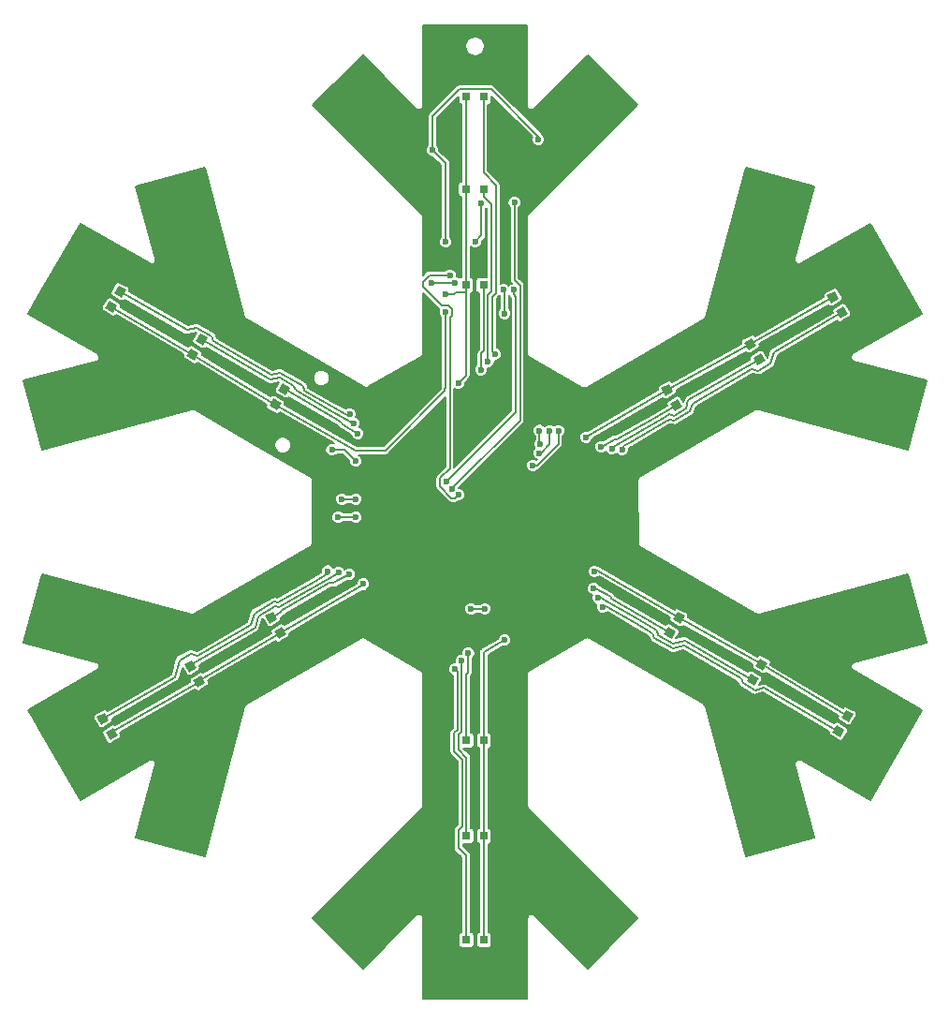
<source format=gtl>
G04 #@! TF.FileFunction,Copper,L1,Top,Signal*
%FSLAX46Y46*%
G04 Gerber Fmt 4.6, Leading zero omitted, Abs format (unit mm)*
G04 Created by KiCad (PCBNEW 4.0.5+dfsg1-4) date Tue Nov  6 22:38:28 2018*
%MOMM*%
%LPD*%
G01*
G04 APERTURE LIST*
%ADD10C,0.100000*%
%ADD11C,0.600000*%
%ADD12R,0.800000X0.800000*%
%ADD13C,0.203200*%
G04 APERTURE END LIST*
D10*
D11*
X153202393Y-75350724D03*
X153202393Y-76366724D03*
X153202393Y-77382726D03*
X153202393Y-78398725D03*
X151805393Y-83605725D03*
X148694966Y-83330607D03*
X148694966Y-81562841D03*
X144185393Y-75350724D03*
X147233394Y-90844724D03*
X148122393Y-91733724D03*
X144185393Y-76366724D03*
X144185393Y-77382726D03*
D10*
G36*
X165591399Y-89209862D02*
X166284219Y-88809862D01*
X166684219Y-89502682D01*
X165991399Y-89902682D01*
X165591399Y-89209862D01*
X165591399Y-89209862D01*
G37*
G36*
X166391399Y-90595502D02*
X167084219Y-90195502D01*
X167484219Y-90888322D01*
X166791399Y-91288322D01*
X166391399Y-90595502D01*
X166391399Y-90595502D01*
G37*
G36*
X167045404Y-109383863D02*
X167738224Y-109783863D01*
X167338224Y-110476683D01*
X166645404Y-110076683D01*
X167045404Y-109383863D01*
X167045404Y-109383863D01*
G37*
G36*
X166245404Y-110769503D02*
X166938224Y-111169503D01*
X166538224Y-111862323D01*
X165845404Y-111462323D01*
X166245404Y-110769503D01*
X166245404Y-110769503D01*
G37*
D12*
X149557816Y-121037093D03*
X147957816Y-121037093D03*
D10*
G36*
X131670225Y-111462323D02*
X130977405Y-111862323D01*
X130577405Y-111169503D01*
X131270225Y-110769503D01*
X131670225Y-111462323D01*
X131670225Y-111462323D01*
G37*
G36*
X130870225Y-110076683D02*
X130177405Y-110476683D01*
X129777405Y-109783863D01*
X130470225Y-109383863D01*
X130870225Y-110076683D01*
X130870225Y-110076683D01*
G37*
G36*
X130832225Y-91219143D02*
X130139405Y-90819143D01*
X130539405Y-90126323D01*
X131232225Y-90526323D01*
X130832225Y-91219143D01*
X130832225Y-91219143D01*
G37*
G36*
X131632225Y-89833503D02*
X130939405Y-89433503D01*
X131339405Y-88740683D01*
X132032225Y-89140683D01*
X131632225Y-89833503D01*
X131632225Y-89833503D01*
G37*
D12*
X147919812Y-79889094D03*
X149519812Y-79889094D03*
D10*
G36*
X173103403Y-85076685D02*
X173796223Y-84676685D01*
X174196223Y-85369505D01*
X173503403Y-85769505D01*
X173103403Y-85076685D01*
X173103403Y-85076685D01*
G37*
G36*
X173903403Y-86462325D02*
X174596223Y-86062325D01*
X174996223Y-86755145D01*
X174303403Y-87155145D01*
X173903403Y-86462325D01*
X173903403Y-86462325D01*
G37*
G36*
X174519401Y-113632685D02*
X175212221Y-114032685D01*
X174812221Y-114725505D01*
X174119401Y-114325505D01*
X174519401Y-113632685D01*
X174519401Y-113632685D01*
G37*
G36*
X173719401Y-115018325D02*
X174412221Y-115418325D01*
X174012221Y-116111145D01*
X173319401Y-115711145D01*
X173719401Y-115018325D01*
X173719401Y-115018325D01*
G37*
D12*
X149557813Y-129673092D03*
X147957813Y-129673092D03*
D10*
G36*
X124350024Y-115859653D02*
X123657204Y-116259653D01*
X123257204Y-115566833D01*
X123950024Y-115166833D01*
X124350024Y-115859653D01*
X124350024Y-115859653D01*
G37*
G36*
X123550024Y-114474013D02*
X122857204Y-114874013D01*
X122457204Y-114181193D01*
X123150024Y-113781193D01*
X123550024Y-114474013D01*
X123550024Y-114474013D01*
G37*
G36*
X123358219Y-86716321D02*
X122665399Y-86316321D01*
X123065399Y-85623501D01*
X123758219Y-86023501D01*
X123358219Y-86716321D01*
X123358219Y-86716321D01*
G37*
G36*
X124158219Y-85330681D02*
X123465399Y-84930681D01*
X123865399Y-84237861D01*
X124558219Y-84637861D01*
X124158219Y-85330681D01*
X124158219Y-85330681D01*
G37*
D12*
X147919812Y-71253094D03*
X149519812Y-71253094D03*
D10*
G36*
X180577405Y-80827866D02*
X181270225Y-80427866D01*
X181670225Y-81120686D01*
X180977405Y-81520686D01*
X180577405Y-80827866D01*
X180577405Y-80827866D01*
G37*
G36*
X181377405Y-82213506D02*
X182070225Y-81813506D01*
X182470225Y-82506326D01*
X181777405Y-82906326D01*
X181377405Y-82213506D01*
X181377405Y-82213506D01*
G37*
G36*
X182285404Y-118273866D02*
X182978224Y-118673866D01*
X182578224Y-119366686D01*
X181885404Y-118966686D01*
X182285404Y-118273866D01*
X182285404Y-118273866D01*
G37*
G36*
X181485404Y-119659506D02*
X182178224Y-120059506D01*
X181778224Y-120752326D01*
X181085404Y-120352326D01*
X181485404Y-119659506D01*
X181485404Y-119659506D01*
G37*
D12*
X149557815Y-139071094D03*
X147957815Y-139071094D03*
D10*
G36*
X116430221Y-120606321D02*
X115737401Y-121006321D01*
X115337401Y-120313501D01*
X116030221Y-119913501D01*
X116430221Y-120606321D01*
X116430221Y-120606321D01*
G37*
G36*
X115630221Y-119220681D02*
X114937401Y-119620681D01*
X114537401Y-118927861D01*
X115230221Y-118527861D01*
X115630221Y-119220681D01*
X115630221Y-119220681D01*
G37*
G36*
X115992226Y-82398325D02*
X115299406Y-81998325D01*
X115699406Y-81305505D01*
X116392226Y-81705505D01*
X115992226Y-82398325D01*
X115992226Y-82398325D01*
G37*
G36*
X116792226Y-81012685D02*
X116099406Y-80612685D01*
X116499406Y-79919865D01*
X117192226Y-80319865D01*
X116792226Y-81012685D01*
X116792226Y-81012685D01*
G37*
D12*
X147957812Y-62871090D03*
X149557812Y-62871090D03*
D11*
X144185393Y-78398724D03*
X137979471Y-95797724D03*
X135803393Y-94781724D03*
X138470392Y-65190725D03*
X155488394Y-69381726D03*
X158282393Y-64301724D03*
X149011394Y-91733725D03*
X147233394Y-89701724D03*
X151235823Y-78652724D03*
X154472394Y-66735010D03*
X144895707Y-67697092D03*
X146090393Y-75985725D03*
X151424393Y-82462724D03*
X151297394Y-80303724D03*
X144850593Y-79668725D03*
X146949193Y-79651884D03*
X152237195Y-80318709D03*
X146170735Y-97622384D03*
X152313394Y-72429724D03*
X149336809Y-72528608D03*
X148757394Y-75985725D03*
X146642993Y-98272081D03*
X146482367Y-78998273D03*
X147233394Y-98845724D03*
X158805758Y-93644070D03*
X154615593Y-94248871D03*
X154571895Y-93031223D03*
X159545998Y-105762246D03*
X154581183Y-95069779D03*
X155488395Y-93039271D03*
X151426116Y-111963736D03*
X138656670Y-106897753D03*
X156291597Y-93039270D03*
X153976383Y-96178724D03*
X149639331Y-109132724D03*
X148376393Y-109132725D03*
X146060194Y-82335724D03*
X146084021Y-80691098D03*
X147231329Y-88756069D03*
X138145002Y-93303700D03*
X137374671Y-106025134D03*
X148145531Y-113154892D03*
X159484562Y-107302212D03*
X160150800Y-94483849D03*
X149284933Y-87529038D03*
X136692394Y-99226724D03*
X137979471Y-99226724D03*
X149919931Y-86767037D03*
X137802593Y-92372770D03*
X136397259Y-105856210D03*
X147510533Y-113844089D03*
X159890474Y-108123150D03*
X161128209Y-94652775D03*
X136363462Y-100877724D03*
X137979471Y-100877724D03*
X137405229Y-91537026D03*
X135443552Y-105728339D03*
X146946602Y-114606086D03*
X160295082Y-108946352D03*
X162052672Y-94729996D03*
X150554934Y-86132039D03*
D13*
X135803393Y-94781724D02*
X136963471Y-94781724D01*
X136963471Y-94781724D02*
X137979471Y-95797724D01*
X155488394Y-69381726D02*
X158282393Y-66587724D01*
X158282393Y-66587724D02*
X158282393Y-64301724D01*
X144895707Y-67697092D02*
X144895708Y-64584554D01*
X144895708Y-64584554D02*
X147313972Y-62166290D01*
X147313972Y-62166290D02*
X150201654Y-62166290D01*
X150201654Y-62166290D02*
X154472393Y-66437029D01*
X154472393Y-66437029D02*
X154472394Y-66735010D01*
X146090393Y-75985725D02*
X146090394Y-68891778D01*
X146090394Y-68891778D02*
X144895707Y-67697092D01*
X151424393Y-82462724D02*
X151424393Y-80430724D01*
X151424393Y-80430724D02*
X151297394Y-80303724D01*
X151297393Y-82335724D02*
X151424393Y-82462724D01*
X146949193Y-79651884D02*
X144867435Y-79651883D01*
X144867435Y-79651883D02*
X144850593Y-79668725D01*
X152237195Y-80318709D02*
X152237194Y-80742974D01*
X152237194Y-80742974D02*
X152440393Y-80946173D01*
X152440393Y-80946173D02*
X152440393Y-91352724D01*
X152440393Y-91352724D02*
X152029195Y-91763923D01*
X152029195Y-91763923D02*
X146170735Y-97622384D01*
X152821393Y-92093679D02*
X146942992Y-97972081D01*
X152821394Y-82335724D02*
X152821393Y-92093679D01*
X152821394Y-82335724D02*
X152821393Y-79922725D01*
X152821393Y-79922725D02*
X152313393Y-79414725D01*
X152313393Y-79414725D02*
X152313394Y-72429724D01*
X146942992Y-97972081D02*
X146642993Y-98272081D01*
X148757394Y-75985725D02*
X149336811Y-75406309D01*
X149336811Y-75406309D02*
X149336809Y-72528608D01*
X146482367Y-78998273D02*
X144625939Y-78998273D01*
X144625939Y-78998273D02*
X144058393Y-79565818D01*
X146466604Y-96431408D02*
X145565933Y-97332079D01*
X144058393Y-79565818D02*
X144058393Y-80019428D01*
X144058393Y-80019428D02*
X145769888Y-81730924D01*
X146350498Y-81730924D02*
X146664994Y-82045419D01*
X145769888Y-81730924D02*
X146350498Y-81730924D01*
X146664994Y-82626029D02*
X146466603Y-82824420D01*
X146621530Y-99145723D02*
X146933395Y-99145724D01*
X146664994Y-82045419D02*
X146664994Y-82626029D01*
X145565934Y-98090127D02*
X146621530Y-99145723D01*
X146466603Y-82824420D02*
X146466604Y-96431408D01*
X145565933Y-97332079D02*
X145565934Y-98090127D01*
X146933395Y-99145724D02*
X147233394Y-98845724D01*
X166137809Y-89356272D02*
X158823075Y-93579437D01*
X158823075Y-93579437D02*
X158805758Y-93644070D01*
X181123813Y-80974271D02*
X173649812Y-85223090D01*
X173649812Y-85223090D02*
X166137811Y-89356272D01*
X154571895Y-93031223D02*
X154571894Y-94205172D01*
X154571894Y-94205172D02*
X154615593Y-94248871D01*
X167191813Y-109930272D02*
X159837359Y-105684176D01*
X159837359Y-105684176D02*
X159545998Y-105762246D01*
X182431813Y-118820275D02*
X174665809Y-114179096D01*
X174665809Y-114179096D02*
X167191811Y-109930275D01*
X151426116Y-111963736D02*
X149519393Y-113069724D01*
X155488395Y-93039271D02*
X155488394Y-94271176D01*
X155488394Y-94271176D02*
X154689790Y-95069779D01*
X154689790Y-95069779D02*
X154581183Y-95069779D01*
X149557816Y-113832037D02*
X149557815Y-121037092D01*
X149519393Y-113069724D02*
X149557816Y-113832037D01*
X149557813Y-129673095D02*
X149557810Y-139071093D01*
X149557811Y-121037097D02*
X149557813Y-129673095D01*
X138634778Y-106979457D02*
X138656670Y-106897753D01*
X131123816Y-111315913D02*
X138634778Y-106979457D01*
X154367345Y-96178724D02*
X153976383Y-96178724D01*
X156291597Y-94254472D02*
X154367345Y-96178724D01*
X156291597Y-93039270D02*
X156291597Y-94254472D01*
X149639331Y-109132724D02*
X148376393Y-109132725D01*
X123803615Y-115713245D02*
X115939023Y-120253862D01*
X115939023Y-120253862D02*
X115883814Y-120459913D01*
X123757812Y-115633912D02*
X131123812Y-111315914D01*
X138035356Y-94830941D02*
X140651198Y-94830941D01*
X140651198Y-94830941D02*
X146035874Y-89446265D01*
X146060194Y-89163524D02*
X146035874Y-89187843D01*
X146035874Y-89187843D02*
X146035874Y-89446265D01*
X146060194Y-82335724D02*
X146060194Y-89163524D01*
X130685815Y-90672733D02*
X137934740Y-94857901D01*
X137934740Y-94857901D02*
X138035356Y-94830941D01*
X115845811Y-81851912D02*
X123211813Y-86169912D01*
X123211813Y-86169912D02*
X130685812Y-90672732D01*
X146979394Y-80516789D02*
X147895316Y-80516789D01*
X147895316Y-80516789D02*
X147919811Y-80492294D01*
X147231329Y-88756069D02*
X147919811Y-88067590D01*
X147919811Y-88067590D02*
X147919811Y-80492294D01*
X147919811Y-80492294D02*
X147919811Y-79889094D01*
X146084021Y-80691098D02*
X146805086Y-80691097D01*
X146805086Y-80691097D02*
X146979394Y-80516789D01*
X147919813Y-79889093D02*
X147919815Y-71253095D01*
X147919815Y-71253095D02*
X147957813Y-62871094D01*
X136691252Y-92292457D02*
X136745748Y-92495839D01*
X136745748Y-92495839D02*
X138145002Y-93303700D01*
X135707013Y-106743871D02*
X135954519Y-106810188D01*
X135954519Y-106810188D02*
X137333417Y-106014080D01*
X137333417Y-106014080D02*
X137374671Y-106025134D01*
X147957813Y-115107741D02*
X148115333Y-114950223D01*
X148115333Y-114950223D02*
X148115332Y-113185088D01*
X148115332Y-113185088D02*
X148145531Y-113154892D01*
X161063099Y-108222118D02*
X161024960Y-108079782D01*
X161024960Y-108079782D02*
X159616796Y-107266778D01*
X159616796Y-107266778D02*
X159484562Y-107302212D01*
X161584343Y-93832740D02*
X161416735Y-93787834D01*
X161416735Y-93787834D02*
X160192054Y-94494904D01*
X160192054Y-94494904D02*
X160150800Y-94483849D01*
X149519813Y-85825330D02*
X149315133Y-86030008D01*
X149315133Y-86030008D02*
X149315134Y-87498841D01*
X149315134Y-87498841D02*
X149284933Y-87529038D01*
X131485813Y-89287092D02*
X136031339Y-91911452D01*
X136031339Y-91911452D02*
X136691252Y-92292457D01*
X149519814Y-79889094D02*
X149519813Y-85825330D01*
X135707013Y-106743871D02*
X135710790Y-106741697D01*
X135597033Y-106807372D02*
X135707013Y-106743871D01*
X131193848Y-109349551D02*
X135597033Y-106807372D01*
X130846197Y-109628673D02*
X131168997Y-109442306D01*
X131168997Y-109442306D02*
X131193848Y-109349551D01*
X147957814Y-115985441D02*
X147957813Y-115107741D01*
X163709217Y-109749857D02*
X161063099Y-108222118D01*
X164870971Y-91935202D02*
X161584343Y-93832740D01*
X130323813Y-109930271D02*
X130846197Y-109628673D01*
X147957814Y-115985441D02*
X147967816Y-115975439D01*
X147957815Y-121037093D02*
X147957814Y-115985441D01*
X165863954Y-110993897D02*
X163709217Y-109749857D01*
X166391815Y-111315913D02*
X165869425Y-111014315D01*
X165869425Y-111014315D02*
X165863954Y-110993897D01*
X166937814Y-90741913D02*
X164870971Y-91935202D01*
X137979471Y-99226724D02*
X136692394Y-99226724D01*
X149926223Y-86239095D02*
X149926223Y-86760750D01*
X149926223Y-86760750D02*
X149919931Y-86767037D01*
X149926220Y-80752681D02*
X149926223Y-86239095D01*
X149519814Y-71253092D02*
X149519811Y-71856291D01*
X149519811Y-71856291D02*
X150224612Y-72561094D01*
X150224612Y-72561094D02*
X150224612Y-80454290D01*
X150224612Y-80454290D02*
X149926220Y-80752681D01*
X137422379Y-92245290D02*
X137693714Y-92401946D01*
X137693714Y-92401946D02*
X137802593Y-92372770D01*
X135925515Y-106148440D02*
X136390960Y-105879714D01*
X136390960Y-105879714D02*
X136397259Y-105856210D01*
X147551402Y-114498155D02*
X147551402Y-113884957D01*
X147551402Y-113884957D02*
X147510533Y-113844089D01*
X160397954Y-108307377D02*
X160019146Y-108088675D01*
X160019146Y-108088675D02*
X159890474Y-108123150D01*
X161422120Y-94395683D02*
X161155916Y-94549378D01*
X161155916Y-94549378D02*
X161128209Y-94652775D01*
X124534201Y-85085872D02*
X124548055Y-85137581D01*
X124011814Y-84784268D02*
X124534201Y-85085872D01*
X124548055Y-85137581D02*
X130046493Y-88312109D01*
X130046493Y-88312109D02*
X130266463Y-88439108D01*
X132395796Y-88998639D02*
X132455158Y-89220179D01*
X131058892Y-88226778D02*
X132395796Y-88998639D01*
X130266463Y-88439108D02*
X131058892Y-88226778D01*
X132533172Y-89265217D02*
X132583028Y-89451288D01*
X132455158Y-89220179D02*
X132533172Y-89265217D01*
X132583028Y-89451288D02*
X135906577Y-91370140D01*
X135906577Y-91370140D02*
X137422379Y-92245290D01*
X130985536Y-109000538D02*
X135925515Y-106148440D01*
X147551402Y-115817107D02*
X147551402Y-114498155D01*
X163506009Y-110101816D02*
X160397954Y-108307377D01*
X165944325Y-91784787D02*
X161422120Y-94395683D01*
X128855527Y-110843227D02*
X129134180Y-109803272D01*
X129134180Y-109803272D02*
X130670682Y-108916173D01*
X130670682Y-108916173D02*
X130985536Y-109000538D01*
X122957812Y-114248275D02*
X128855527Y-110843227D01*
X147253011Y-120500245D02*
X147551404Y-120201856D01*
X147551404Y-120201856D02*
X147551402Y-115817107D01*
X147967816Y-122579437D02*
X147253013Y-121864636D01*
X147253013Y-121864636D02*
X147253011Y-120500245D01*
X147967820Y-129059887D02*
X147967816Y-122579437D01*
X147957810Y-129673096D02*
X147957811Y-129069892D01*
X147957811Y-129069892D02*
X147967820Y-129059887D01*
X165177794Y-111067021D02*
X163506009Y-110101816D01*
X167726696Y-112020317D02*
X166685487Y-112299302D01*
X166685487Y-112299302D02*
X165292488Y-111495053D01*
X165292488Y-111495053D02*
X165177794Y-111067021D01*
X173865815Y-115564739D02*
X167726696Y-112020317D01*
X166306024Y-91575960D02*
X165944325Y-91784787D01*
X174449812Y-86608733D02*
X168041146Y-90308779D01*
X168041146Y-90308779D02*
X167847796Y-91030370D01*
X167847796Y-91030370D02*
X166713633Y-91685180D01*
X166713633Y-91685180D02*
X166306024Y-91575960D01*
X137979471Y-100877724D02*
X136363462Y-100877724D01*
X137209634Y-91653182D02*
X137253176Y-91577770D01*
X137253176Y-91577770D02*
X137405229Y-91537026D01*
X135335555Y-106019774D02*
X135370935Y-105999349D01*
X135370935Y-105999349D02*
X135443552Y-105728339D01*
X147144993Y-115031565D02*
X147144993Y-114804477D01*
X147144993Y-114804477D02*
X146946602Y-114606086D01*
X160733578Y-108970435D02*
X160566086Y-108873736D01*
X160566086Y-108873736D02*
X160295082Y-108946352D01*
X162153248Y-94442847D02*
X162125290Y-94458988D01*
X162125290Y-94458988D02*
X162052672Y-94729996D01*
X150332633Y-85835038D02*
X150332633Y-85909740D01*
X150332633Y-85909740D02*
X150554934Y-86132039D01*
X137035666Y-91552737D02*
X137209634Y-91653182D01*
X135825831Y-90854240D02*
X137035666Y-91552737D01*
X150332632Y-80921024D02*
X150332633Y-85835038D01*
X133314153Y-89404118D02*
X135825831Y-90854240D01*
X134213882Y-106667372D02*
X135335555Y-106019774D01*
X147144991Y-116483438D02*
X147144993Y-115031565D01*
X163302801Y-110453779D02*
X160733578Y-108970435D01*
X162698925Y-94127802D02*
X162153248Y-94442847D01*
X166147530Y-92136753D02*
X162698925Y-94127802D01*
X125058390Y-84962941D02*
X130323880Y-88002975D01*
X130323880Y-88002975D02*
X131116313Y-87790643D01*
X131116313Y-87790643D02*
X133204934Y-88996511D01*
X133204934Y-88996511D02*
X133314153Y-89404118D01*
X122696387Y-83959574D02*
X123581984Y-83722279D01*
X123581984Y-83722279D02*
X124935315Y-84503625D01*
X124935315Y-84503625D02*
X125058390Y-84962941D01*
X116645814Y-80466272D02*
X122696387Y-83959574D01*
X130928121Y-108564407D02*
X134213882Y-106667372D01*
X123676478Y-113364069D02*
X128506535Y-110575437D01*
X128506535Y-110575437D02*
X128785189Y-109535482D01*
X128785189Y-109535482D02*
X130613267Y-108480040D01*
X130613267Y-108480040D02*
X130928121Y-108564407D01*
X121605485Y-115308984D02*
X122018665Y-113766962D01*
X122018665Y-113766962D02*
X123020798Y-113188383D01*
X123020798Y-113188383D02*
X123676478Y-113364069D01*
X115083812Y-119074271D02*
X121605485Y-115308984D01*
X147144995Y-120033512D02*
X147144991Y-116483438D01*
X147561408Y-128827846D02*
X147561409Y-122747777D01*
X147561409Y-122747777D02*
X146846599Y-122032975D01*
X146846599Y-122032975D02*
X146846602Y-120331903D01*
X146846602Y-120331903D02*
X147144995Y-120033512D01*
X147957813Y-131459432D02*
X147253011Y-130754635D01*
X147253011Y-130754635D02*
X147253010Y-129136244D01*
X147253010Y-129136244D02*
X147561408Y-128827846D01*
X147957812Y-139071096D02*
X147957813Y-131459432D01*
X164828802Y-111334814D02*
X163302801Y-110453779D01*
X164943492Y-111762840D02*
X164828802Y-111334814D01*
X166628069Y-112735433D02*
X166628072Y-112735436D01*
X166628072Y-112735436D02*
X164943492Y-111762840D01*
X172861213Y-115454011D02*
X167669278Y-112456440D01*
X167669278Y-112456440D02*
X166628069Y-112735433D01*
X181631817Y-120205914D02*
X174847474Y-116288972D01*
X174847474Y-116288972D02*
X174070994Y-116497029D01*
X174070994Y-116497029D02*
X172970438Y-115861619D01*
X172970438Y-115861619D02*
X172861213Y-115454011D01*
X166363444Y-92012095D02*
X166147530Y-92136753D01*
X173806233Y-87449584D02*
X168390134Y-90576569D01*
X168390134Y-90576569D02*
X168196788Y-91298160D01*
X168196788Y-91298160D02*
X166771048Y-92121308D01*
X166771048Y-92121308D02*
X166363444Y-92012095D01*
X175761164Y-85928058D02*
X175482255Y-86968971D01*
X175482255Y-86968971D02*
X174382404Y-87603967D01*
X174382404Y-87603967D02*
X173806233Y-87449584D01*
X181398212Y-82673513D02*
X175761164Y-85928058D01*
X181923811Y-82359916D02*
X181401429Y-82661511D01*
X181401429Y-82661511D02*
X181398212Y-82673513D01*
X149519815Y-69729094D02*
X150631024Y-70840303D01*
X150631024Y-70840303D02*
X150631022Y-80622633D01*
X150631022Y-80622633D02*
X150332632Y-80921024D01*
X149519814Y-69221094D02*
X149519815Y-69729094D01*
X149519815Y-63512296D02*
X149519814Y-69221094D01*
X149557810Y-62871091D02*
X149557810Y-63474294D01*
X149557810Y-63474294D02*
X149519815Y-63512296D01*
G36*
X153458011Y-63633095D02*
X153458011Y-63633097D01*
X153486922Y-63778440D01*
X153569252Y-63901656D01*
X153692468Y-63983986D01*
X153837811Y-64012897D01*
X153983154Y-63983986D01*
X154106370Y-63901656D01*
X158917812Y-59090212D01*
X163460696Y-63633093D01*
X153569254Y-73524533D01*
X153486924Y-73647749D01*
X153458013Y-73793092D01*
X153458012Y-86061294D01*
X153467867Y-86110839D01*
X153471395Y-86161226D01*
X153482200Y-86182892D01*
X153486923Y-86206637D01*
X153514985Y-86248635D01*
X153537529Y-86293841D01*
X153555803Y-86309723D01*
X153569253Y-86329853D01*
X153611252Y-86357916D01*
X153649379Y-86391053D01*
X158449982Y-89134251D01*
X158496315Y-89149749D01*
X158540135Y-89171356D01*
X158565971Y-89173048D01*
X158590519Y-89181259D01*
X158639252Y-89177847D01*
X158688009Y-89181040D01*
X158712523Y-89172717D01*
X158738347Y-89170909D01*
X158782070Y-89149105D01*
X158828332Y-89133398D01*
X169426746Y-83013652D01*
X169488815Y-82959213D01*
X169538143Y-82915953D01*
X169538147Y-82915945D01*
X169538156Y-82915937D01*
X169573481Y-82844296D01*
X169603687Y-82783045D01*
X173224205Y-69271080D01*
X179429895Y-70933890D01*
X177668787Y-77506443D01*
X177659096Y-77654316D01*
X177706730Y-77794642D01*
X177804439Y-77906057D01*
X177937347Y-77971601D01*
X178085220Y-77981292D01*
X178225546Y-77933658D01*
X184495743Y-74313557D01*
X189195939Y-82454547D01*
X182925745Y-86074647D01*
X182814330Y-86172356D01*
X182748786Y-86305264D01*
X182739095Y-86453137D01*
X182786729Y-86593463D01*
X182884438Y-86704878D01*
X183017346Y-86770422D01*
X189589898Y-88531528D01*
X187927087Y-94737221D01*
X174415124Y-91116703D01*
X174342551Y-91111947D01*
X174267300Y-91107005D01*
X174267275Y-91107014D01*
X174267251Y-91107012D01*
X174199832Y-91129898D01*
X174126968Y-91154621D01*
X163630156Y-97213150D01*
X163591523Y-97247022D01*
X163549068Y-97275941D01*
X163536276Y-97295460D01*
X163518729Y-97310845D01*
X163496001Y-97356917D01*
X163467841Y-97399887D01*
X163463493Y-97422815D01*
X163453168Y-97443744D01*
X163449801Y-97495008D01*
X163440229Y-97545482D01*
X163491030Y-103235086D01*
X163500813Y-103282069D01*
X163503946Y-103329954D01*
X163515782Y-103353962D01*
X163521238Y-103380165D01*
X163548253Y-103419824D01*
X163569474Y-103462869D01*
X163589597Y-103480521D01*
X163604665Y-103502641D01*
X163644799Y-103528943D01*
X163680879Y-103560591D01*
X174126135Y-109592685D01*
X174126157Y-109592692D01*
X174126171Y-109592705D01*
X174191514Y-109614886D01*
X174266456Y-109640334D01*
X174266478Y-109640333D01*
X174266497Y-109640339D01*
X174341907Y-109635397D01*
X174414330Y-109630658D01*
X174414347Y-109630649D01*
X174414370Y-109630648D01*
X187926334Y-106010130D01*
X189589142Y-112215822D01*
X183016590Y-113976927D01*
X182883682Y-114042471D01*
X182785973Y-114153886D01*
X182738339Y-114294212D01*
X182748030Y-114442085D01*
X182805483Y-114558586D01*
X182813574Y-114574993D01*
X182924989Y-114672702D01*
X189195188Y-118292804D01*
X184494989Y-126433792D01*
X178224792Y-122813689D01*
X178084466Y-122766055D01*
X177936593Y-122775746D01*
X177803685Y-122841290D01*
X177705976Y-122952705D01*
X177658342Y-123093031D01*
X177668033Y-123240904D01*
X179429139Y-129813456D01*
X173223451Y-131476265D01*
X169602934Y-117964309D01*
X169602899Y-117964238D01*
X169602894Y-117964160D01*
X169570027Y-117897582D01*
X169537390Y-117831401D01*
X169537331Y-117831350D01*
X169537296Y-117831278D01*
X169480926Y-117781883D01*
X169425975Y-117733692D01*
X169425901Y-117733667D01*
X169425842Y-117733615D01*
X159082178Y-111767296D01*
X159034462Y-111751121D01*
X158989183Y-111729025D01*
X158964884Y-111727534D01*
X158941833Y-111719720D01*
X158891566Y-111723035D01*
X158841271Y-111719949D01*
X158818251Y-111727870D01*
X158793964Y-111729472D01*
X158748791Y-111751772D01*
X158701144Y-111768167D01*
X153646544Y-114714571D01*
X153609897Y-114746981D01*
X153569223Y-114774165D01*
X153554880Y-114795637D01*
X153535537Y-114812743D01*
X153514080Y-114856713D01*
X153486907Y-114897391D01*
X153481873Y-114922714D01*
X153470547Y-114945923D01*
X153467551Y-114994757D01*
X153458012Y-115042737D01*
X153459363Y-126951885D01*
X153474271Y-127026788D01*
X153488274Y-127097185D01*
X153488285Y-127097202D01*
X153488290Y-127097225D01*
X153531000Y-127161128D01*
X153570604Y-127220401D01*
X163462047Y-137111838D01*
X158919168Y-141654725D01*
X154107722Y-136843280D01*
X153984506Y-136760950D01*
X153839163Y-136732039D01*
X153693820Y-136760950D01*
X153570604Y-136843280D01*
X153488274Y-136966496D01*
X153459363Y-137111839D01*
X153459363Y-144352039D01*
X144058962Y-144352034D01*
X144058960Y-137111839D01*
X144030049Y-136966496D01*
X144030047Y-136966493D01*
X143947719Y-136843279D01*
X143824503Y-136760950D01*
X143679160Y-136732039D01*
X143533817Y-136760950D01*
X143410601Y-136843280D01*
X138599162Y-141654722D01*
X134056280Y-137111836D01*
X143947721Y-127220399D01*
X143947734Y-127220379D01*
X143947751Y-127220368D01*
X143985947Y-127163190D01*
X144030051Y-127097183D01*
X144030056Y-127097160D01*
X144030067Y-127097143D01*
X144044071Y-127026703D01*
X144058962Y-126951840D01*
X144058958Y-126951819D01*
X144058962Y-126951797D01*
X144057612Y-115042651D01*
X144048071Y-114994712D01*
X144045077Y-114945923D01*
X144033734Y-114922677D01*
X144028685Y-114897311D01*
X144001525Y-114856673D01*
X143980088Y-114812743D01*
X143960712Y-114795608D01*
X143946341Y-114774105D01*
X143905699Y-114746956D01*
X143881845Y-114725860D01*
X146341697Y-114725860D01*
X146433578Y-114948230D01*
X146603563Y-115118512D01*
X146738593Y-115174581D01*
X146738591Y-116483437D01*
X146738591Y-116483438D01*
X146738595Y-119865175D01*
X146559235Y-120044534D01*
X146471137Y-120176379D01*
X146440202Y-120331902D01*
X146440199Y-122032974D01*
X146440199Y-122032977D01*
X146458659Y-122125782D01*
X146463876Y-122152005D01*
X146471135Y-122188500D01*
X146559232Y-122320345D01*
X147155009Y-122916115D01*
X147155008Y-128659510D01*
X146965642Y-128848876D01*
X146877545Y-128980721D01*
X146846610Y-129136244D01*
X146846611Y-130754635D01*
X146846611Y-130754636D01*
X146877546Y-130910159D01*
X146965644Y-131042004D01*
X147551413Y-131627769D01*
X147551412Y-138361528D01*
X147444863Y-138381576D01*
X147341123Y-138448331D01*
X147271528Y-138550187D01*
X147247044Y-138671094D01*
X147247044Y-139471094D01*
X147268297Y-139584046D01*
X147335052Y-139687786D01*
X147436908Y-139757381D01*
X147557815Y-139781865D01*
X148357815Y-139781865D01*
X148470767Y-139760612D01*
X148574507Y-139693857D01*
X148644102Y-139592001D01*
X148668586Y-139471094D01*
X148668586Y-138671094D01*
X148647333Y-138558142D01*
X148580578Y-138454402D01*
X148478722Y-138384807D01*
X148364212Y-138361618D01*
X148364213Y-131459432D01*
X148333278Y-131303909D01*
X148333278Y-131303908D01*
X148245180Y-131172063D01*
X147659411Y-130586298D01*
X147659411Y-130383863D01*
X148357813Y-130383863D01*
X148470765Y-130362610D01*
X148574505Y-130295855D01*
X148644100Y-130193999D01*
X148668584Y-130073092D01*
X148668584Y-129273092D01*
X148847042Y-129273092D01*
X148847042Y-130073092D01*
X148868295Y-130186044D01*
X148935050Y-130289784D01*
X149036906Y-130359379D01*
X149151413Y-130382567D01*
X149151410Y-138361528D01*
X149044863Y-138381576D01*
X148941123Y-138448331D01*
X148871528Y-138550187D01*
X148847044Y-138671094D01*
X148847044Y-139471094D01*
X148868297Y-139584046D01*
X148935052Y-139687786D01*
X149036908Y-139757381D01*
X149157815Y-139781865D01*
X149957815Y-139781865D01*
X150070767Y-139760612D01*
X150174507Y-139693857D01*
X150244102Y-139592001D01*
X150268586Y-139471094D01*
X150268586Y-138671094D01*
X150247333Y-138558142D01*
X150180578Y-138454402D01*
X150078722Y-138384807D01*
X149964210Y-138361618D01*
X149964213Y-130382659D01*
X150070765Y-130362610D01*
X150174505Y-130295855D01*
X150244100Y-130193999D01*
X150268584Y-130073092D01*
X150268584Y-129273092D01*
X150247331Y-129160140D01*
X150180576Y-129056400D01*
X150078720Y-128986805D01*
X149964213Y-128963617D01*
X149964211Y-121746661D01*
X150070768Y-121726611D01*
X150174508Y-121659856D01*
X150244103Y-121558000D01*
X150268587Y-121437093D01*
X150268587Y-120637093D01*
X150247334Y-120524141D01*
X150180579Y-120420401D01*
X150078723Y-120350806D01*
X149964215Y-120327618D01*
X149964216Y-113832037D01*
X149962190Y-113821853D01*
X149963701Y-113811579D01*
X149937758Y-113296872D01*
X151240190Y-112541401D01*
X151305286Y-112568431D01*
X151545890Y-112568641D01*
X151768260Y-112476760D01*
X151938542Y-112306775D01*
X152030811Y-112084566D01*
X152031021Y-111843962D01*
X151939140Y-111621592D01*
X151769155Y-111451310D01*
X151546946Y-111359041D01*
X151306342Y-111358831D01*
X151083972Y-111450712D01*
X150913690Y-111620697D01*
X150821421Y-111842906D01*
X150821419Y-111844668D01*
X149315483Y-112718182D01*
X149268335Y-112759698D01*
X149217923Y-112797186D01*
X149209215Y-112811757D01*
X149196475Y-112822975D01*
X149168805Y-112879371D01*
X149136575Y-112933299D01*
X149134105Y-112950095D01*
X149126629Y-112965333D01*
X149122647Y-113028029D01*
X149113508Y-113090182D01*
X149151416Y-113842277D01*
X149151415Y-120327526D01*
X149044864Y-120347575D01*
X148941124Y-120414330D01*
X148871529Y-120516186D01*
X148847045Y-120637093D01*
X148847045Y-121437093D01*
X148868298Y-121550045D01*
X148935053Y-121653785D01*
X149036909Y-121723380D01*
X149151411Y-121746567D01*
X149151413Y-128963525D01*
X149044861Y-128983574D01*
X148941121Y-129050329D01*
X148871526Y-129152185D01*
X148847042Y-129273092D01*
X148668584Y-129273092D01*
X148647331Y-129160140D01*
X148580576Y-129056400D01*
X148478720Y-128986805D01*
X148374220Y-128965643D01*
X148374216Y-122579437D01*
X148343281Y-122423914D01*
X148255184Y-122292069D01*
X147710978Y-121747864D01*
X148357816Y-121747864D01*
X148470768Y-121726611D01*
X148574508Y-121659856D01*
X148644103Y-121558000D01*
X148668587Y-121437093D01*
X148668587Y-120637093D01*
X148647334Y-120524141D01*
X148580579Y-120420401D01*
X148478723Y-120350806D01*
X148364215Y-120327618D01*
X148364214Y-116025723D01*
X148374216Y-115975439D01*
X148364214Y-115925154D01*
X148364213Y-115276079D01*
X148402700Y-115237593D01*
X148490798Y-115105748D01*
X148521733Y-114950225D01*
X148521733Y-114950223D01*
X148521732Y-113633918D01*
X148657957Y-113497931D01*
X148750226Y-113275722D01*
X148750436Y-113035118D01*
X148658555Y-112812748D01*
X148488570Y-112642466D01*
X148266361Y-112550197D01*
X148025757Y-112549987D01*
X147803387Y-112641868D01*
X147633105Y-112811853D01*
X147540836Y-113034062D01*
X147540657Y-113239315D01*
X147390759Y-113239184D01*
X147168389Y-113331065D01*
X146998107Y-113501050D01*
X146905838Y-113723259D01*
X146905628Y-113963863D01*
X146921081Y-114001263D01*
X146826828Y-114001181D01*
X146604458Y-114093062D01*
X146434176Y-114263047D01*
X146341907Y-114485256D01*
X146341697Y-114725860D01*
X143881845Y-114725860D01*
X143869080Y-114714571D01*
X138814483Y-111768170D01*
X138766842Y-111751777D01*
X138721664Y-111729474D01*
X138697372Y-111727872D01*
X138674356Y-111719952D01*
X138624070Y-111723038D01*
X138573795Y-111719722D01*
X138550742Y-111727537D01*
X138526444Y-111729028D01*
X138481166Y-111751123D01*
X138433449Y-111767299D01*
X128090884Y-117732974D01*
X128090823Y-117733027D01*
X128090750Y-117733052D01*
X128035886Y-117781167D01*
X127979429Y-117830638D01*
X127979394Y-117830710D01*
X127979335Y-117830761D01*
X127946448Y-117897448D01*
X127913832Y-117963519D01*
X127913827Y-117963596D01*
X127913791Y-117963669D01*
X124293275Y-131475626D01*
X118087578Y-129812821D01*
X119848688Y-123240268D01*
X119858380Y-123092395D01*
X119810746Y-122952069D01*
X119713037Y-122840654D01*
X119580129Y-122775110D01*
X119432255Y-122765418D01*
X119351912Y-122792691D01*
X119291929Y-122813052D01*
X113021734Y-126433153D01*
X109510744Y-120351936D01*
X115029016Y-120351936D01*
X115068265Y-120468887D01*
X115468265Y-121161707D01*
X115543147Y-121248899D01*
X115652828Y-121305363D01*
X115775836Y-121314706D01*
X115892787Y-121275457D01*
X116585607Y-120875457D01*
X116672799Y-120800575D01*
X116729263Y-120690894D01*
X116738606Y-120567886D01*
X116699357Y-120450935D01*
X116627139Y-120325849D01*
X123392312Y-116419981D01*
X123462950Y-116502231D01*
X123572631Y-116558695D01*
X123695639Y-116568038D01*
X123812590Y-116528789D01*
X124505410Y-116128789D01*
X124592602Y-116053907D01*
X124649066Y-115944226D01*
X124658409Y-115821218D01*
X124619160Y-115704267D01*
X124574211Y-115626413D01*
X130715626Y-112026276D01*
X130783151Y-112104901D01*
X130892832Y-112161365D01*
X131015840Y-112170708D01*
X131132791Y-112131459D01*
X131825611Y-111731459D01*
X131912803Y-111656577D01*
X131969267Y-111546896D01*
X131978610Y-111423888D01*
X131941439Y-111313129D01*
X135510554Y-109252499D01*
X147771488Y-109252499D01*
X147863369Y-109474869D01*
X148033354Y-109645151D01*
X148255563Y-109737420D01*
X148496167Y-109737630D01*
X148718537Y-109645749D01*
X148825348Y-109539125D01*
X149190451Y-109539124D01*
X149296292Y-109645150D01*
X149518501Y-109737419D01*
X149759105Y-109737629D01*
X149981475Y-109645748D01*
X150151757Y-109475763D01*
X150244026Y-109253554D01*
X150244236Y-109012950D01*
X150152355Y-108790580D01*
X149982370Y-108620298D01*
X149760161Y-108528029D01*
X149519557Y-108527819D01*
X149297187Y-108619700D01*
X149190376Y-108726324D01*
X148825273Y-108726325D01*
X148719432Y-108620299D01*
X148497223Y-108528030D01*
X148256619Y-108527820D01*
X148034249Y-108619701D01*
X147863967Y-108789686D01*
X147771698Y-109011895D01*
X147771488Y-109252499D01*
X135510554Y-109252499D01*
X138541723Y-107502453D01*
X138776444Y-107502658D01*
X138971686Y-107421986D01*
X158879657Y-107421986D01*
X158971538Y-107644356D01*
X159141523Y-107814638D01*
X159331035Y-107893330D01*
X159285779Y-108002320D01*
X159285569Y-108242924D01*
X159377450Y-108465294D01*
X159547435Y-108635576D01*
X159736637Y-108714139D01*
X159690387Y-108825522D01*
X159690177Y-109066126D01*
X159782058Y-109288496D01*
X159952043Y-109458778D01*
X160174252Y-109551047D01*
X160414856Y-109551257D01*
X160637226Y-109459376D01*
X160685017Y-109411669D01*
X163099600Y-110805731D01*
X163099601Y-110805732D01*
X164479819Y-111602599D01*
X164550940Y-111868024D01*
X164585525Y-111938156D01*
X164621072Y-112010240D01*
X164740291Y-112114792D01*
X166424871Y-113087388D01*
X166450256Y-113096005D01*
X166472549Y-113110901D01*
X166524687Y-113121272D01*
X166575026Y-113138360D01*
X166601780Y-113136606D01*
X166628072Y-113141836D01*
X166680210Y-113131465D01*
X166733255Y-113127988D01*
X166733270Y-113127981D01*
X167611861Y-112892561D01*
X172512232Y-115721796D01*
X172577887Y-115966810D01*
X172614757Y-116041571D01*
X172648018Y-116109019D01*
X172648021Y-116109021D01*
X172648023Y-116109026D01*
X172713606Y-116166538D01*
X172767237Y-116213571D01*
X173867793Y-116848981D01*
X173897022Y-116858903D01*
X174017948Y-116899953D01*
X174176178Y-116889581D01*
X174790057Y-116725093D01*
X180814112Y-120203082D01*
X180778198Y-120305386D01*
X180784140Y-120428605D01*
X180837552Y-120539804D01*
X180930018Y-120621462D01*
X181622838Y-121021462D01*
X181731284Y-121059532D01*
X181854503Y-121053590D01*
X181965702Y-121000178D01*
X182047360Y-120907712D01*
X182447360Y-120214892D01*
X182485430Y-120106446D01*
X182479488Y-119983227D01*
X182426076Y-119872028D01*
X182333610Y-119790370D01*
X181640790Y-119390370D01*
X181532344Y-119352300D01*
X181409125Y-119358242D01*
X181297926Y-119411654D01*
X181220593Y-119499223D01*
X175050674Y-115937019D01*
X174900520Y-115886048D01*
X174742290Y-115896420D01*
X174449791Y-115974795D01*
X174681357Y-115573711D01*
X174719427Y-115465265D01*
X174713485Y-115342046D01*
X174660073Y-115230847D01*
X174567607Y-115149189D01*
X173874787Y-114749189D01*
X173766341Y-114711119D01*
X173643122Y-114717061D01*
X173531923Y-114770473D01*
X173454586Y-114858046D01*
X167929896Y-111668364D01*
X167779742Y-111617393D01*
X167690257Y-111623259D01*
X167621514Y-111627764D01*
X166924700Y-111814471D01*
X167207360Y-111324889D01*
X167245430Y-111216443D01*
X167239488Y-111093224D01*
X167186076Y-110982025D01*
X167093610Y-110900367D01*
X166400790Y-110500367D01*
X166292344Y-110462297D01*
X166169125Y-110468239D01*
X166057926Y-110521651D01*
X165990683Y-110597794D01*
X163912417Y-109397904D01*
X161405703Y-107950650D01*
X161369177Y-107876583D01*
X161347380Y-107832381D01*
X161228160Y-107727829D01*
X160028673Y-107035305D01*
X159997586Y-106960068D01*
X159827601Y-106789786D01*
X159605392Y-106697517D01*
X159364788Y-106697307D01*
X159142418Y-106789188D01*
X158972136Y-106959173D01*
X158879867Y-107181382D01*
X158879657Y-107421986D01*
X138971686Y-107421986D01*
X138998814Y-107410777D01*
X139169096Y-107240792D01*
X139261365Y-107018583D01*
X139261575Y-106777979D01*
X139169694Y-106555609D01*
X138999709Y-106385327D01*
X138777500Y-106293058D01*
X138536896Y-106292848D01*
X138314526Y-106384729D01*
X138144244Y-106554714D01*
X138051975Y-106776923D01*
X138051914Y-106846703D01*
X131535118Y-110609177D01*
X131464479Y-110526925D01*
X131354798Y-110470461D01*
X131231790Y-110461118D01*
X131114839Y-110500367D01*
X130422019Y-110900367D01*
X130334827Y-110975249D01*
X130278363Y-111084930D01*
X130269020Y-111207938D01*
X130307714Y-111323236D01*
X124151149Y-114932256D01*
X124144278Y-114924255D01*
X124034597Y-114867791D01*
X123911589Y-114858448D01*
X123794638Y-114897697D01*
X123101818Y-115297697D01*
X123014626Y-115372579D01*
X122958162Y-115482260D01*
X122948819Y-115605268D01*
X122985991Y-115716029D01*
X116177653Y-119646819D01*
X116114794Y-119614459D01*
X115991786Y-119605116D01*
X115874835Y-119644365D01*
X115182015Y-120044365D01*
X115094823Y-120119247D01*
X115038359Y-120228928D01*
X115029016Y-120351936D01*
X109510744Y-120351936D01*
X108710744Y-118966296D01*
X114229016Y-118966296D01*
X114268265Y-119083247D01*
X114668265Y-119776067D01*
X114743147Y-119863259D01*
X114852828Y-119919723D01*
X114975836Y-119929066D01*
X115092787Y-119889817D01*
X115785607Y-119489817D01*
X115872799Y-119414935D01*
X115929263Y-119305254D01*
X115938606Y-119182246D01*
X115901435Y-119071487D01*
X121808685Y-115660937D01*
X121927904Y-115556385D01*
X121927905Y-115556384D01*
X121984488Y-115441642D01*
X121998037Y-115414168D01*
X121998037Y-115414167D01*
X122255486Y-114453350D01*
X122588068Y-115029399D01*
X122662950Y-115116591D01*
X122772631Y-115173055D01*
X122895639Y-115182398D01*
X123012590Y-115143149D01*
X123705410Y-114743149D01*
X123792602Y-114668267D01*
X123849066Y-114558586D01*
X123858409Y-114435578D01*
X123819160Y-114318627D01*
X123776560Y-114244841D01*
X129058727Y-111195180D01*
X129177946Y-111090628D01*
X129248079Y-110948411D01*
X129248079Y-110948410D01*
X129483163Y-110071057D01*
X129559067Y-110027234D01*
X129908269Y-110632069D01*
X129983151Y-110719261D01*
X130092832Y-110775725D01*
X130215840Y-110785068D01*
X130332791Y-110745819D01*
X131025611Y-110345819D01*
X131112803Y-110270937D01*
X131169267Y-110161256D01*
X131178610Y-110038248D01*
X131141438Y-109927487D01*
X131372196Y-109794259D01*
X131372201Y-109794255D01*
X131372206Y-109794253D01*
X131431670Y-109742103D01*
X131491416Y-109689708D01*
X131491418Y-109689703D01*
X131491423Y-109689699D01*
X131520847Y-109630029D01*
X135764436Y-107179992D01*
X135849338Y-107202741D01*
X135910878Y-107206774D01*
X136007565Y-107213112D01*
X136007568Y-107213111D01*
X136007569Y-107213111D01*
X136047682Y-107199494D01*
X136157719Y-107162141D01*
X137152554Y-106587771D01*
X137253841Y-106629829D01*
X137494445Y-106630039D01*
X137716815Y-106538158D01*
X137887097Y-106368173D01*
X137979366Y-106145964D01*
X137979576Y-105905360D01*
X137969933Y-105882020D01*
X158941093Y-105882020D01*
X159032974Y-106104390D01*
X159202959Y-106274672D01*
X159425168Y-106366941D01*
X159665772Y-106367151D01*
X159888142Y-106275270D01*
X159946852Y-106216662D01*
X166374111Y-109927442D01*
X166338198Y-110029743D01*
X166344140Y-110152962D01*
X166397552Y-110264161D01*
X166490018Y-110345819D01*
X167182838Y-110745819D01*
X167291284Y-110783889D01*
X167414503Y-110777947D01*
X167525702Y-110724535D01*
X167606234Y-110633345D01*
X173846509Y-114180818D01*
X173812195Y-114278565D01*
X173818137Y-114401784D01*
X173871549Y-114512983D01*
X173964015Y-114594641D01*
X174656835Y-114994641D01*
X174765281Y-115032711D01*
X174888500Y-115026769D01*
X174999699Y-114973357D01*
X175069800Y-114893977D01*
X181618402Y-118807603D01*
X181616268Y-118811300D01*
X181578198Y-118919746D01*
X181584140Y-119042965D01*
X181637552Y-119154164D01*
X181730018Y-119235822D01*
X182422838Y-119635822D01*
X182531284Y-119673892D01*
X182654503Y-119667950D01*
X182765702Y-119614538D01*
X182847360Y-119522072D01*
X183247360Y-118829252D01*
X183285430Y-118720806D01*
X183279488Y-118597587D01*
X183226076Y-118486388D01*
X183133610Y-118404730D01*
X182440790Y-118004730D01*
X182332344Y-117966660D01*
X182209125Y-117972602D01*
X182097926Y-118026014D01*
X182027823Y-118105395D01*
X175479222Y-114191769D01*
X175481357Y-114188071D01*
X175519427Y-114079625D01*
X175513485Y-113956406D01*
X175460073Y-113845207D01*
X175367607Y-113763549D01*
X174674787Y-113363549D01*
X174566341Y-113325479D01*
X174443122Y-113331421D01*
X174331923Y-113384833D01*
X174251388Y-113476027D01*
X168011114Y-109928554D01*
X168045430Y-109830803D01*
X168039488Y-109707584D01*
X167986076Y-109596385D01*
X167893610Y-109514727D01*
X167200790Y-109114727D01*
X167092344Y-109076657D01*
X166969125Y-109082599D01*
X166857926Y-109136011D01*
X166780591Y-109223582D01*
X160040559Y-105332223D01*
X159935795Y-105296660D01*
X159889037Y-105249820D01*
X159666828Y-105157551D01*
X159426224Y-105157341D01*
X159203854Y-105249222D01*
X159033572Y-105419207D01*
X158941303Y-105641416D01*
X158941093Y-105882020D01*
X137969933Y-105882020D01*
X137887695Y-105682990D01*
X137717710Y-105512708D01*
X137495501Y-105420439D01*
X137254897Y-105420229D01*
X137032527Y-105512110D01*
X136945408Y-105599077D01*
X136910283Y-105514066D01*
X136740298Y-105343784D01*
X136518089Y-105251515D01*
X136277485Y-105251305D01*
X136055115Y-105343186D01*
X135972770Y-105425387D01*
X135956576Y-105386195D01*
X135786591Y-105215913D01*
X135564382Y-105123644D01*
X135323778Y-105123434D01*
X135101408Y-105215315D01*
X134931126Y-105385300D01*
X134838857Y-105607509D01*
X134838656Y-105837388D01*
X134010682Y-106315419D01*
X130870706Y-108128285D01*
X130718454Y-108087488D01*
X130560223Y-108077116D01*
X130480503Y-108104177D01*
X130410069Y-108128086D01*
X130410068Y-108128087D01*
X130410067Y-108128087D01*
X128581989Y-109183529D01*
X128462770Y-109288081D01*
X128395017Y-109425473D01*
X128392637Y-109430299D01*
X128157552Y-110307652D01*
X123619061Y-112927948D01*
X123125980Y-112795830D01*
X123062423Y-112791665D01*
X122967753Y-112785459D01*
X122817599Y-112836430D01*
X121815466Y-113415009D01*
X121815465Y-113415010D01*
X121815464Y-113415010D01*
X121717354Y-113501050D01*
X121696246Y-113519561D01*
X121626113Y-113661777D01*
X121626113Y-113661779D01*
X121256502Y-115041199D01*
X115495115Y-118367535D01*
X115424475Y-118285283D01*
X115314794Y-118228819D01*
X115191786Y-118219476D01*
X115074835Y-118258725D01*
X114382015Y-118658725D01*
X114294823Y-118733607D01*
X114238359Y-118843288D01*
X114229016Y-118966296D01*
X108710744Y-118966296D01*
X108321535Y-118292167D01*
X114591728Y-114672069D01*
X114615526Y-114651199D01*
X114703143Y-114574361D01*
X114768686Y-114441453D01*
X114778378Y-114293579D01*
X114730744Y-114153253D01*
X114633035Y-114041838D01*
X114500128Y-113976294D01*
X107927583Y-112215181D01*
X109590392Y-106009490D01*
X123102349Y-109630010D01*
X123102373Y-109630012D01*
X123102390Y-109630020D01*
X123174170Y-109634717D01*
X123250222Y-109639701D01*
X123250241Y-109639695D01*
X123250264Y-109639696D01*
X123326507Y-109613806D01*
X123390549Y-109592067D01*
X123390563Y-109592054D01*
X123390585Y-109592047D01*
X133834748Y-103560590D01*
X133870826Y-103528943D01*
X133910962Y-103502640D01*
X133926031Y-103480518D01*
X133946152Y-103462868D01*
X133967372Y-103419827D01*
X133994389Y-103380164D01*
X133999845Y-103353960D01*
X134011681Y-103329953D01*
X134014814Y-103282068D01*
X134024597Y-103235085D01*
X134044575Y-100997498D01*
X135758557Y-100997498D01*
X135850438Y-101219868D01*
X136020423Y-101390150D01*
X136242632Y-101482419D01*
X136483236Y-101482629D01*
X136705606Y-101390748D01*
X136812416Y-101284124D01*
X137530591Y-101284124D01*
X137636432Y-101390150D01*
X137858641Y-101482419D01*
X138099245Y-101482629D01*
X138321615Y-101390748D01*
X138491897Y-101220763D01*
X138584166Y-100998554D01*
X138584376Y-100757950D01*
X138492495Y-100535580D01*
X138322510Y-100365298D01*
X138100301Y-100273029D01*
X137859697Y-100272819D01*
X137637327Y-100364700D01*
X137530517Y-100471324D01*
X136812342Y-100471324D01*
X136706501Y-100365298D01*
X136484292Y-100273029D01*
X136243688Y-100272819D01*
X136021318Y-100364700D01*
X135851036Y-100534685D01*
X135758767Y-100756894D01*
X135758557Y-100997498D01*
X134044575Y-100997498D01*
X134059316Y-99346498D01*
X136087489Y-99346498D01*
X136179370Y-99568868D01*
X136349355Y-99739150D01*
X136571564Y-99831419D01*
X136812168Y-99831629D01*
X137034538Y-99739748D01*
X137141348Y-99633124D01*
X137530591Y-99633124D01*
X137636432Y-99739150D01*
X137858641Y-99831419D01*
X138099245Y-99831629D01*
X138321615Y-99739748D01*
X138491897Y-99569763D01*
X138584166Y-99347554D01*
X138584376Y-99106950D01*
X138492495Y-98884580D01*
X138322510Y-98714298D01*
X138100301Y-98622029D01*
X137859697Y-98621819D01*
X137637327Y-98713700D01*
X137530517Y-98820324D01*
X137141274Y-98820324D01*
X137035433Y-98714298D01*
X136813224Y-98622029D01*
X136572620Y-98621819D01*
X136350250Y-98713700D01*
X136179968Y-98883685D01*
X136087699Y-99105894D01*
X136087489Y-99346498D01*
X134059316Y-99346498D01*
X134075398Y-97545481D01*
X134065829Y-97495025D01*
X134062471Y-97443790D01*
X134052139Y-97422840D01*
X134047786Y-97399885D01*
X134019637Y-97356932D01*
X133996928Y-97310883D01*
X133979366Y-97295481D01*
X133966559Y-97275939D01*
X133924119Y-97247030D01*
X133885513Y-97213173D01*
X129169363Y-94490306D01*
X130600361Y-94490306D01*
X130715030Y-94767827D01*
X130927173Y-94980341D01*
X131204493Y-95095494D01*
X131504771Y-95095756D01*
X131782292Y-94981087D01*
X131994806Y-94768944D01*
X132109959Y-94491624D01*
X132110221Y-94191346D01*
X131995552Y-93913825D01*
X131783409Y-93701311D01*
X131506089Y-93586158D01*
X131205811Y-93585896D01*
X130928290Y-93700565D01*
X130715776Y-93912708D01*
X130600623Y-94190028D01*
X130600361Y-94490306D01*
X129169363Y-94490306D01*
X123389956Y-91153569D01*
X123249630Y-91105936D01*
X123101756Y-91115627D01*
X109589798Y-94736147D01*
X107926989Y-88530456D01*
X114499538Y-86769347D01*
X114632445Y-86703803D01*
X114730154Y-86592388D01*
X114777788Y-86452062D01*
X114768097Y-86304188D01*
X114702553Y-86171281D01*
X114662120Y-86135822D01*
X114591138Y-86073571D01*
X108320947Y-82453476D01*
X109410827Y-80565745D01*
X115792200Y-80565745D01*
X115798142Y-80688964D01*
X115851554Y-80800163D01*
X115944020Y-80881821D01*
X116636840Y-81281821D01*
X116745286Y-81319891D01*
X116868505Y-81313949D01*
X116979704Y-81260537D01*
X117057040Y-81172965D01*
X122493187Y-84311527D01*
X122643341Y-84362498D01*
X122801571Y-84352126D01*
X123524567Y-84158400D01*
X123545463Y-84170464D01*
X123196263Y-84775295D01*
X123158193Y-84883741D01*
X123164135Y-85006960D01*
X123217547Y-85118159D01*
X123310013Y-85199817D01*
X124002833Y-85599817D01*
X124111279Y-85637887D01*
X124234498Y-85631945D01*
X124345697Y-85578533D01*
X124397468Y-85519910D01*
X129843293Y-88664062D01*
X129843295Y-88664063D01*
X130063264Y-88791061D01*
X130126061Y-88812378D01*
X130213416Y-88842032D01*
X130213418Y-88842032D01*
X130371648Y-88831660D01*
X130371649Y-88831659D01*
X131001475Y-88662899D01*
X131019468Y-88673287D01*
X130670269Y-89278117D01*
X130632199Y-89386563D01*
X130638141Y-89509782D01*
X130691553Y-89620981D01*
X130784019Y-89702639D01*
X131476839Y-90102639D01*
X131585285Y-90140709D01*
X131708504Y-90134767D01*
X131819703Y-90081355D01*
X131897038Y-89993784D01*
X135828136Y-92263404D01*
X135828137Y-92263404D01*
X136342269Y-92560241D01*
X136353196Y-92601023D01*
X136423329Y-92743241D01*
X136508872Y-92818259D01*
X136542548Y-92847792D01*
X137540235Y-93423808D01*
X137631978Y-93645844D01*
X137801963Y-93816126D01*
X138024172Y-93908395D01*
X138264776Y-93908605D01*
X138487146Y-93816724D01*
X138657428Y-93646739D01*
X138749697Y-93424530D01*
X138749907Y-93183926D01*
X138658026Y-92961556D01*
X138488041Y-92791274D01*
X138312458Y-92718366D01*
X138315019Y-92715809D01*
X138407288Y-92493600D01*
X138407498Y-92252996D01*
X138315617Y-92030626D01*
X138145632Y-91860344D01*
X137958167Y-91782502D01*
X138009924Y-91657856D01*
X138010134Y-91417252D01*
X137918253Y-91194882D01*
X137748268Y-91024600D01*
X137526059Y-90932331D01*
X137285455Y-90932121D01*
X137063085Y-91024002D01*
X137015297Y-91071707D01*
X136029031Y-90502287D01*
X136029027Y-90502286D01*
X133663136Y-89136334D01*
X133597486Y-88891326D01*
X133566285Y-88828057D01*
X133527354Y-88749111D01*
X133455970Y-88686509D01*
X133408133Y-88644558D01*
X133408131Y-88644557D01*
X133033266Y-88428128D01*
X134100361Y-88428128D01*
X134215030Y-88705649D01*
X134427173Y-88918163D01*
X134704493Y-89033316D01*
X135004771Y-89033578D01*
X135282292Y-88918909D01*
X135494806Y-88706766D01*
X135609959Y-88429446D01*
X135610221Y-88129168D01*
X135495552Y-87851647D01*
X135283409Y-87639133D01*
X135006089Y-87523980D01*
X134705811Y-87523718D01*
X134428290Y-87638387D01*
X134215776Y-87850530D01*
X134100623Y-88127850D01*
X134100361Y-88428128D01*
X133033266Y-88428128D01*
X131319513Y-87438690D01*
X131169359Y-87387719D01*
X131011129Y-87398091D01*
X130381297Y-87566854D01*
X125407373Y-84695156D01*
X125327867Y-84398440D01*
X125279532Y-84300426D01*
X125257734Y-84256224D01*
X125138515Y-84151672D01*
X123785184Y-83370326D01*
X123635030Y-83319355D01*
X123476799Y-83329727D01*
X122753804Y-83523453D01*
X117463520Y-80469104D01*
X117499432Y-80366805D01*
X117493490Y-80243586D01*
X117440078Y-80132387D01*
X117347612Y-80050729D01*
X116654792Y-79650729D01*
X116546346Y-79612659D01*
X116423127Y-79618601D01*
X116311928Y-79672013D01*
X116230270Y-79764479D01*
X115830270Y-80457299D01*
X115792200Y-80565745D01*
X109410827Y-80565745D01*
X113021143Y-74312487D01*
X119291340Y-77932585D01*
X119431666Y-77980219D01*
X119579540Y-77970527D01*
X119712447Y-77904984D01*
X119810156Y-77793569D01*
X119857790Y-77653243D01*
X119848099Y-77505369D01*
X118086989Y-70932821D01*
X124292677Y-69270010D01*
X127913197Y-82781967D01*
X127913336Y-82782249D01*
X127913357Y-82782561D01*
X127946130Y-82848748D01*
X127978741Y-82914875D01*
X127978975Y-82915080D01*
X127979115Y-82915363D01*
X128034828Y-82964063D01*
X128090156Y-83012584D01*
X128090453Y-83012685D01*
X128090689Y-83012891D01*
X138687842Y-89108316D01*
X138733835Y-89123846D01*
X138777278Y-89145510D01*
X138803419Y-89147340D01*
X138828246Y-89155723D01*
X138876683Y-89152470D01*
X138925107Y-89155860D01*
X138949956Y-89147548D01*
X138976103Y-89145792D01*
X139019606Y-89124251D01*
X139065644Y-89108852D01*
X143866245Y-86365649D01*
X143904372Y-86332511D01*
X143946370Y-86304449D01*
X143959821Y-86284318D01*
X143978094Y-86268436D01*
X144000636Y-86223233D01*
X144028700Y-86181233D01*
X144033423Y-86157488D01*
X144044228Y-86135822D01*
X144047756Y-86085432D01*
X144057611Y-86035890D01*
X144057614Y-80593385D01*
X145482520Y-82018292D01*
X145525273Y-82046859D01*
X145455499Y-82214894D01*
X145455289Y-82455498D01*
X145547170Y-82677868D01*
X145653794Y-82784678D01*
X145653794Y-89065576D01*
X145646186Y-89103824D01*
X145629474Y-89187835D01*
X145629475Y-89187839D01*
X145629474Y-89187843D01*
X145629474Y-89277929D01*
X140482862Y-94424541D01*
X138035356Y-94424541D01*
X138006783Y-94430224D01*
X131503518Y-90675564D01*
X131539431Y-90573263D01*
X131533489Y-90450044D01*
X131480077Y-90338845D01*
X131387611Y-90257187D01*
X130694791Y-89857187D01*
X130586345Y-89819117D01*
X130463126Y-89825059D01*
X130351927Y-89878471D01*
X130283533Y-89955918D01*
X124023969Y-86184751D01*
X124027355Y-86178887D01*
X124065425Y-86070441D01*
X124059483Y-85947222D01*
X124006071Y-85836023D01*
X123913605Y-85754365D01*
X123220785Y-85354365D01*
X123112339Y-85316295D01*
X122989120Y-85322237D01*
X122877921Y-85375649D01*
X122803758Y-85459628D01*
X116661938Y-81859251D01*
X116699432Y-81752445D01*
X116693490Y-81629226D01*
X116640078Y-81518027D01*
X116547612Y-81436369D01*
X115854792Y-81036369D01*
X115746346Y-80998299D01*
X115623127Y-81004241D01*
X115511928Y-81057653D01*
X115430270Y-81150119D01*
X115030270Y-81842939D01*
X114992200Y-81951385D01*
X114998142Y-82074604D01*
X115051554Y-82185803D01*
X115144020Y-82267461D01*
X115836840Y-82667461D01*
X115945286Y-82705531D01*
X116068505Y-82699589D01*
X116179704Y-82646177D01*
X116253868Y-82562197D01*
X122395688Y-86162574D01*
X122358193Y-86269381D01*
X122364135Y-86392600D01*
X122417547Y-86503799D01*
X122510013Y-86585457D01*
X123202833Y-86985457D01*
X123311279Y-87023527D01*
X123434498Y-87017585D01*
X123545697Y-86964173D01*
X123614091Y-86886726D01*
X129873655Y-90657892D01*
X129870269Y-90663757D01*
X129832199Y-90772203D01*
X129838141Y-90895422D01*
X129891553Y-91006621D01*
X129984019Y-91088279D01*
X130676839Y-91488279D01*
X130785285Y-91526349D01*
X130908504Y-91520407D01*
X131019703Y-91466995D01*
X131097039Y-91379424D01*
X135989792Y-94204256D01*
X135924223Y-94177029D01*
X135683619Y-94176819D01*
X135461249Y-94268700D01*
X135290967Y-94438685D01*
X135198698Y-94660894D01*
X135198488Y-94901498D01*
X135290369Y-95123868D01*
X135460354Y-95294150D01*
X135682563Y-95386419D01*
X135923167Y-95386629D01*
X136145537Y-95294748D01*
X136252347Y-95188124D01*
X136795135Y-95188124D01*
X137374697Y-95767686D01*
X137374566Y-95917498D01*
X137466447Y-96139868D01*
X137636432Y-96310150D01*
X137858641Y-96402419D01*
X138099245Y-96402629D01*
X138321615Y-96310748D01*
X138491897Y-96140763D01*
X138584166Y-95918554D01*
X138584376Y-95677950D01*
X138492495Y-95455580D01*
X138322510Y-95285298D01*
X138207016Y-95237341D01*
X140651198Y-95237341D01*
X140806721Y-95206406D01*
X140938566Y-95118309D01*
X146060204Y-89996671D01*
X146060204Y-96263072D01*
X145278565Y-97044711D01*
X145190468Y-97176556D01*
X145187810Y-97189918D01*
X145170700Y-97275941D01*
X145159533Y-97332080D01*
X145159534Y-98090128D01*
X145190469Y-98245650D01*
X145278566Y-98377495D01*
X146334162Y-99433091D01*
X146334165Y-99433093D01*
X146466006Y-99521188D01*
X146621529Y-99552123D01*
X146933394Y-99552124D01*
X146933396Y-99552124D01*
X147088918Y-99521189D01*
X147194725Y-99450491D01*
X147353168Y-99450629D01*
X147575538Y-99358748D01*
X147745820Y-99188763D01*
X147838089Y-98966554D01*
X147838299Y-98725950D01*
X147746418Y-98503580D01*
X147576433Y-98333298D01*
X147354224Y-98241029D01*
X147248872Y-98240937D01*
X149191310Y-96298498D01*
X153371478Y-96298498D01*
X153463359Y-96520868D01*
X153633344Y-96691150D01*
X153855553Y-96783419D01*
X154096157Y-96783629D01*
X154318527Y-96691748D01*
X154439768Y-96570718D01*
X154522868Y-96554189D01*
X154654713Y-96466092D01*
X156517182Y-94603623D01*
X159545895Y-94603623D01*
X159637776Y-94825993D01*
X159807761Y-94996275D01*
X160029970Y-95088544D01*
X160270574Y-95088754D01*
X160492944Y-94996873D01*
X160580060Y-94909909D01*
X160615185Y-94994919D01*
X160785170Y-95165201D01*
X161007379Y-95257470D01*
X161247983Y-95257680D01*
X161470353Y-95165799D01*
X161551890Y-95084404D01*
X161709633Y-95242422D01*
X161931842Y-95334691D01*
X162172446Y-95334901D01*
X162394816Y-95243020D01*
X162565098Y-95073035D01*
X162657367Y-94850826D01*
X162657568Y-94620949D01*
X162902123Y-94479756D01*
X162902125Y-94479755D01*
X166350730Y-92488706D01*
X166420863Y-92448215D01*
X166665861Y-92513859D01*
X166665863Y-92513860D01*
X166665865Y-92513860D01*
X166665868Y-92513861D01*
X166719053Y-92517347D01*
X166824093Y-92524232D01*
X166824096Y-92524231D01*
X166824098Y-92524231D01*
X166928799Y-92488689D01*
X166974247Y-92473261D01*
X166974248Y-92473260D01*
X166974252Y-92473259D01*
X166974255Y-92473256D01*
X168399987Y-91650113D01*
X168399990Y-91650112D01*
X168519208Y-91545560D01*
X168566346Y-91449972D01*
X168589340Y-91403345D01*
X168589340Y-91403344D01*
X168589341Y-91403342D01*
X168739119Y-90844353D01*
X173863650Y-87885705D01*
X174277221Y-87996520D01*
X174414707Y-88005531D01*
X174435449Y-88006891D01*
X174435451Y-88006891D01*
X174573124Y-87960156D01*
X174585603Y-87955920D01*
X175685454Y-87320924D01*
X175685455Y-87320923D01*
X175685456Y-87320923D01*
X175804675Y-87216371D01*
X175874808Y-87074154D01*
X176110149Y-86195842D01*
X181518333Y-83073431D01*
X181583151Y-83148904D01*
X181692832Y-83205368D01*
X181815840Y-83214711D01*
X181932791Y-83175462D01*
X182625611Y-82775462D01*
X182712803Y-82700580D01*
X182769267Y-82590899D01*
X182778610Y-82467891D01*
X182739361Y-82350940D01*
X182339361Y-81658120D01*
X182264479Y-81570928D01*
X182154798Y-81514464D01*
X182031790Y-81505121D01*
X181914839Y-81544370D01*
X181222019Y-81944370D01*
X181134827Y-82019252D01*
X181078363Y-82128933D01*
X181069020Y-82251941D01*
X181108269Y-82368892D01*
X181109459Y-82370954D01*
X175557964Y-85576105D01*
X175554490Y-85579152D01*
X175438744Y-85680657D01*
X175399119Y-85761011D01*
X175370155Y-85819747D01*
X175368612Y-85822875D01*
X175193703Y-86475648D01*
X174865359Y-85906939D01*
X174790477Y-85819747D01*
X174680796Y-85763283D01*
X174557788Y-85753940D01*
X174440837Y-85793189D01*
X173748017Y-86193189D01*
X173660825Y-86268071D01*
X173604361Y-86377752D01*
X173595018Y-86500760D01*
X173632189Y-86611518D01*
X167837946Y-89956826D01*
X167718727Y-90061378D01*
X167648594Y-90203595D01*
X167584926Y-90441208D01*
X167353355Y-90040116D01*
X167278473Y-89952924D01*
X167168792Y-89896460D01*
X167045784Y-89887117D01*
X166928833Y-89926366D01*
X166236013Y-90326366D01*
X166148821Y-90401248D01*
X166092357Y-90510929D01*
X166083014Y-90633937D01*
X166120186Y-90744699D01*
X164667771Y-91583249D01*
X164667768Y-91583252D01*
X161526921Y-93396622D01*
X161521909Y-93395279D01*
X161447715Y-93390418D01*
X161363689Y-93384910D01*
X161363682Y-93384912D01*
X161315424Y-93401294D01*
X161213535Y-93435881D01*
X160372917Y-93921212D01*
X160271630Y-93879154D01*
X160031026Y-93878944D01*
X159808656Y-93970825D01*
X159638374Y-94140810D01*
X159546105Y-94363019D01*
X159545895Y-94603623D01*
X156517182Y-94603623D01*
X156578965Y-94541840D01*
X156667062Y-94409995D01*
X156697997Y-94254472D01*
X156697997Y-93763844D01*
X158200853Y-93763844D01*
X158292734Y-93986214D01*
X158462719Y-94156496D01*
X158684928Y-94248765D01*
X158925532Y-94248975D01*
X159147902Y-94157094D01*
X159318184Y-93987109D01*
X159410453Y-93764900D01*
X159410501Y-93709557D01*
X165726506Y-90063009D01*
X165797145Y-90145260D01*
X165906826Y-90201724D01*
X166029834Y-90211067D01*
X166146785Y-90171818D01*
X166839605Y-89771818D01*
X166926797Y-89696936D01*
X166983261Y-89587255D01*
X166992604Y-89464247D01*
X166960185Y-89367647D01*
X173230188Y-85917825D01*
X173234267Y-85924891D01*
X173309149Y-86012083D01*
X173418830Y-86068547D01*
X173541838Y-86077890D01*
X173658789Y-86038641D01*
X174351609Y-85638641D01*
X174438801Y-85563759D01*
X174495265Y-85454078D01*
X174504608Y-85331070D01*
X174468974Y-85224891D01*
X180709369Y-81677353D01*
X180783151Y-81763264D01*
X180892832Y-81819728D01*
X181015840Y-81829071D01*
X181132791Y-81789822D01*
X181825611Y-81389822D01*
X181912803Y-81314940D01*
X181969267Y-81205259D01*
X181978610Y-81082251D01*
X181939361Y-80965300D01*
X181539361Y-80272480D01*
X181464479Y-80185288D01*
X181354798Y-80128824D01*
X181231790Y-80119481D01*
X181114839Y-80158730D01*
X180422019Y-80558730D01*
X180334827Y-80633612D01*
X180278363Y-80743293D01*
X180269020Y-80866301D01*
X180304651Y-80972470D01*
X174064252Y-84520011D01*
X173990477Y-84434107D01*
X173880796Y-84377643D01*
X173757788Y-84368300D01*
X173640837Y-84407549D01*
X172948017Y-84807549D01*
X172860825Y-84882431D01*
X172804361Y-84992112D01*
X172795018Y-85115120D01*
X172827436Y-85211716D01*
X166557433Y-88661539D01*
X166553355Y-88654476D01*
X166478473Y-88567284D01*
X166368792Y-88510820D01*
X166245784Y-88501477D01*
X166128833Y-88540726D01*
X165436013Y-88940726D01*
X165348821Y-89015608D01*
X165292357Y-89125289D01*
X165283014Y-89248297D01*
X165320185Y-89359057D01*
X158937698Y-93043988D01*
X158926588Y-93039375D01*
X158685984Y-93039165D01*
X158463614Y-93131046D01*
X158293332Y-93301031D01*
X158201063Y-93523240D01*
X158200853Y-93763844D01*
X156697997Y-93763844D01*
X156697997Y-93488150D01*
X156804023Y-93382309D01*
X156896292Y-93160100D01*
X156896502Y-92919496D01*
X156804621Y-92697126D01*
X156634636Y-92526844D01*
X156412427Y-92434575D01*
X156171823Y-92434365D01*
X155949453Y-92526246D01*
X155890041Y-92585554D01*
X155831434Y-92526845D01*
X155609225Y-92434576D01*
X155368621Y-92434366D01*
X155146251Y-92526247D01*
X155034116Y-92638187D01*
X154914934Y-92518797D01*
X154692725Y-92426528D01*
X154452121Y-92426318D01*
X154229751Y-92518199D01*
X154059469Y-92688184D01*
X153967200Y-92910393D01*
X153966990Y-93150997D01*
X154058871Y-93373367D01*
X154165495Y-93480177D01*
X154165494Y-93843613D01*
X154103167Y-93905832D01*
X154010898Y-94128041D01*
X154010688Y-94368645D01*
X154102569Y-94591015D01*
X154153555Y-94642090D01*
X154068757Y-94726740D01*
X153976488Y-94948949D01*
X153976278Y-95189553D01*
X154068159Y-95411923D01*
X154238144Y-95582205D01*
X154344829Y-95626504D01*
X154309256Y-95662077D01*
X154097213Y-95574029D01*
X153856609Y-95573819D01*
X153634239Y-95665700D01*
X153463957Y-95835685D01*
X153371688Y-96057894D01*
X153371478Y-96298498D01*
X149191310Y-96298498D01*
X153108761Y-92381047D01*
X153196858Y-92249202D01*
X153227793Y-92093679D01*
X153227794Y-82335724D01*
X153227793Y-79922725D01*
X153196858Y-79767202D01*
X153151306Y-79699029D01*
X153108761Y-79635356D01*
X152719793Y-79246389D01*
X152719794Y-72878604D01*
X152825820Y-72772763D01*
X152918089Y-72550554D01*
X152918299Y-72309950D01*
X152826418Y-72087580D01*
X152656433Y-71917298D01*
X152434224Y-71825029D01*
X152193620Y-71824819D01*
X151971250Y-71916700D01*
X151800968Y-72086685D01*
X151708699Y-72308894D01*
X151708489Y-72549498D01*
X151800370Y-72771868D01*
X151906994Y-72878678D01*
X151906993Y-79414725D01*
X151937928Y-79570248D01*
X151992476Y-79651884D01*
X152026025Y-79702093D01*
X152061034Y-79737102D01*
X151895051Y-79805685D01*
X151774713Y-79925813D01*
X151640433Y-79791298D01*
X151418224Y-79699029D01*
X151177620Y-79698819D01*
X151037422Y-79756747D01*
X151037424Y-70840303D01*
X151006489Y-70684780D01*
X150918392Y-70552935D01*
X149926215Y-69560758D01*
X149926214Y-69221093D01*
X149926215Y-63640383D01*
X149933275Y-63629817D01*
X149933279Y-63629799D01*
X149933290Y-63629782D01*
X149942817Y-63581861D01*
X149957812Y-63581861D01*
X150070764Y-63560608D01*
X150174504Y-63493853D01*
X150244099Y-63391997D01*
X150268583Y-63271090D01*
X150268583Y-62807955D01*
X153928466Y-66467838D01*
X153867699Y-66614180D01*
X153867489Y-66854784D01*
X153959370Y-67077154D01*
X154129355Y-67247436D01*
X154351564Y-67339705D01*
X154592168Y-67339915D01*
X154814538Y-67248034D01*
X154984820Y-67078049D01*
X155077089Y-66855840D01*
X155077299Y-66615236D01*
X154985418Y-66392866D01*
X154815433Y-66222584D01*
X154805819Y-66218592D01*
X154759761Y-66149661D01*
X150489022Y-61878922D01*
X150357177Y-61790825D01*
X150201654Y-61759890D01*
X147313972Y-61759890D01*
X147158449Y-61790825D01*
X147026604Y-61878922D01*
X144608340Y-64297186D01*
X144520243Y-64429031D01*
X144489308Y-64584554D01*
X144489307Y-67248212D01*
X144383281Y-67354053D01*
X144291012Y-67576262D01*
X144290802Y-67816866D01*
X144382683Y-68039236D01*
X144552668Y-68209518D01*
X144774877Y-68301787D01*
X144925798Y-68301919D01*
X145683994Y-69060114D01*
X145683993Y-75536845D01*
X145577967Y-75642686D01*
X145485698Y-75864895D01*
X145485488Y-76105499D01*
X145577369Y-76327869D01*
X145747354Y-76498151D01*
X145969563Y-76590420D01*
X146210167Y-76590630D01*
X146432537Y-76498749D01*
X146602819Y-76328764D01*
X146695088Y-76106555D01*
X146695298Y-75865951D01*
X146603417Y-75643581D01*
X146496793Y-75536771D01*
X146496794Y-68891778D01*
X146465859Y-68736255D01*
X146377762Y-68604410D01*
X145500481Y-67727130D01*
X145500612Y-67577318D01*
X145408731Y-67354948D01*
X145302107Y-67248138D01*
X145302108Y-64752890D01*
X147247041Y-62807957D01*
X147247041Y-63271090D01*
X147268294Y-63384042D01*
X147335049Y-63487782D01*
X147436905Y-63557377D01*
X147548195Y-63579914D01*
X147516630Y-70542922D01*
X147406860Y-70563576D01*
X147303120Y-70630331D01*
X147233525Y-70732187D01*
X147209041Y-70853094D01*
X147209041Y-71653094D01*
X147230294Y-71766046D01*
X147297049Y-71869786D01*
X147398905Y-71939381D01*
X147513415Y-71962570D01*
X147513413Y-79179527D01*
X147406860Y-79199576D01*
X147373606Y-79220974D01*
X147292232Y-79139458D01*
X147087119Y-79054288D01*
X147087272Y-78878499D01*
X146995391Y-78656129D01*
X146825406Y-78485847D01*
X146603197Y-78393578D01*
X146362593Y-78393368D01*
X146140223Y-78485249D01*
X146033413Y-78591873D01*
X144625939Y-78591873D01*
X144595005Y-78598026D01*
X144470417Y-78622807D01*
X144338571Y-78710904D01*
X144057614Y-78991861D01*
X144057617Y-73793095D01*
X144028706Y-73647752D01*
X143946376Y-73524536D01*
X134054933Y-63633095D01*
X138597811Y-59090210D01*
X143409256Y-63901656D01*
X143532472Y-63983986D01*
X143677815Y-64012897D01*
X143823158Y-63983986D01*
X143946374Y-63901656D01*
X144028704Y-63778440D01*
X144057615Y-63633097D01*
X144057615Y-58299095D01*
X147870017Y-58299095D01*
X147937597Y-58638841D01*
X148130047Y-58926864D01*
X148418070Y-59119314D01*
X148757816Y-59186894D01*
X149097562Y-59119314D01*
X149385585Y-58926864D01*
X149578035Y-58638841D01*
X149645615Y-58299095D01*
X149578035Y-57959349D01*
X149385585Y-57671326D01*
X149097562Y-57478876D01*
X148757816Y-57411296D01*
X148418070Y-57478876D01*
X148130047Y-57671326D01*
X147937597Y-57959349D01*
X147870017Y-58299095D01*
X144057615Y-58299095D01*
X144057615Y-56392895D01*
X153458017Y-56392894D01*
X153458011Y-63633095D01*
X153458011Y-63633095D01*
G37*
X153458011Y-63633095D02*
X153458011Y-63633097D01*
X153486922Y-63778440D01*
X153569252Y-63901656D01*
X153692468Y-63983986D01*
X153837811Y-64012897D01*
X153983154Y-63983986D01*
X154106370Y-63901656D01*
X158917812Y-59090212D01*
X163460696Y-63633093D01*
X153569254Y-73524533D01*
X153486924Y-73647749D01*
X153458013Y-73793092D01*
X153458012Y-86061294D01*
X153467867Y-86110839D01*
X153471395Y-86161226D01*
X153482200Y-86182892D01*
X153486923Y-86206637D01*
X153514985Y-86248635D01*
X153537529Y-86293841D01*
X153555803Y-86309723D01*
X153569253Y-86329853D01*
X153611252Y-86357916D01*
X153649379Y-86391053D01*
X158449982Y-89134251D01*
X158496315Y-89149749D01*
X158540135Y-89171356D01*
X158565971Y-89173048D01*
X158590519Y-89181259D01*
X158639252Y-89177847D01*
X158688009Y-89181040D01*
X158712523Y-89172717D01*
X158738347Y-89170909D01*
X158782070Y-89149105D01*
X158828332Y-89133398D01*
X169426746Y-83013652D01*
X169488815Y-82959213D01*
X169538143Y-82915953D01*
X169538147Y-82915945D01*
X169538156Y-82915937D01*
X169573481Y-82844296D01*
X169603687Y-82783045D01*
X173224205Y-69271080D01*
X179429895Y-70933890D01*
X177668787Y-77506443D01*
X177659096Y-77654316D01*
X177706730Y-77794642D01*
X177804439Y-77906057D01*
X177937347Y-77971601D01*
X178085220Y-77981292D01*
X178225546Y-77933658D01*
X184495743Y-74313557D01*
X189195939Y-82454547D01*
X182925745Y-86074647D01*
X182814330Y-86172356D01*
X182748786Y-86305264D01*
X182739095Y-86453137D01*
X182786729Y-86593463D01*
X182884438Y-86704878D01*
X183017346Y-86770422D01*
X189589898Y-88531528D01*
X187927087Y-94737221D01*
X174415124Y-91116703D01*
X174342551Y-91111947D01*
X174267300Y-91107005D01*
X174267275Y-91107014D01*
X174267251Y-91107012D01*
X174199832Y-91129898D01*
X174126968Y-91154621D01*
X163630156Y-97213150D01*
X163591523Y-97247022D01*
X163549068Y-97275941D01*
X163536276Y-97295460D01*
X163518729Y-97310845D01*
X163496001Y-97356917D01*
X163467841Y-97399887D01*
X163463493Y-97422815D01*
X163453168Y-97443744D01*
X163449801Y-97495008D01*
X163440229Y-97545482D01*
X163491030Y-103235086D01*
X163500813Y-103282069D01*
X163503946Y-103329954D01*
X163515782Y-103353962D01*
X163521238Y-103380165D01*
X163548253Y-103419824D01*
X163569474Y-103462869D01*
X163589597Y-103480521D01*
X163604665Y-103502641D01*
X163644799Y-103528943D01*
X163680879Y-103560591D01*
X174126135Y-109592685D01*
X174126157Y-109592692D01*
X174126171Y-109592705D01*
X174191514Y-109614886D01*
X174266456Y-109640334D01*
X174266478Y-109640333D01*
X174266497Y-109640339D01*
X174341907Y-109635397D01*
X174414330Y-109630658D01*
X174414347Y-109630649D01*
X174414370Y-109630648D01*
X187926334Y-106010130D01*
X189589142Y-112215822D01*
X183016590Y-113976927D01*
X182883682Y-114042471D01*
X182785973Y-114153886D01*
X182738339Y-114294212D01*
X182748030Y-114442085D01*
X182805483Y-114558586D01*
X182813574Y-114574993D01*
X182924989Y-114672702D01*
X189195188Y-118292804D01*
X184494989Y-126433792D01*
X178224792Y-122813689D01*
X178084466Y-122766055D01*
X177936593Y-122775746D01*
X177803685Y-122841290D01*
X177705976Y-122952705D01*
X177658342Y-123093031D01*
X177668033Y-123240904D01*
X179429139Y-129813456D01*
X173223451Y-131476265D01*
X169602934Y-117964309D01*
X169602899Y-117964238D01*
X169602894Y-117964160D01*
X169570027Y-117897582D01*
X169537390Y-117831401D01*
X169537331Y-117831350D01*
X169537296Y-117831278D01*
X169480926Y-117781883D01*
X169425975Y-117733692D01*
X169425901Y-117733667D01*
X169425842Y-117733615D01*
X159082178Y-111767296D01*
X159034462Y-111751121D01*
X158989183Y-111729025D01*
X158964884Y-111727534D01*
X158941833Y-111719720D01*
X158891566Y-111723035D01*
X158841271Y-111719949D01*
X158818251Y-111727870D01*
X158793964Y-111729472D01*
X158748791Y-111751772D01*
X158701144Y-111768167D01*
X153646544Y-114714571D01*
X153609897Y-114746981D01*
X153569223Y-114774165D01*
X153554880Y-114795637D01*
X153535537Y-114812743D01*
X153514080Y-114856713D01*
X153486907Y-114897391D01*
X153481873Y-114922714D01*
X153470547Y-114945923D01*
X153467551Y-114994757D01*
X153458012Y-115042737D01*
X153459363Y-126951885D01*
X153474271Y-127026788D01*
X153488274Y-127097185D01*
X153488285Y-127097202D01*
X153488290Y-127097225D01*
X153531000Y-127161128D01*
X153570604Y-127220401D01*
X163462047Y-137111838D01*
X158919168Y-141654725D01*
X154107722Y-136843280D01*
X153984506Y-136760950D01*
X153839163Y-136732039D01*
X153693820Y-136760950D01*
X153570604Y-136843280D01*
X153488274Y-136966496D01*
X153459363Y-137111839D01*
X153459363Y-144352039D01*
X144058962Y-144352034D01*
X144058960Y-137111839D01*
X144030049Y-136966496D01*
X144030047Y-136966493D01*
X143947719Y-136843279D01*
X143824503Y-136760950D01*
X143679160Y-136732039D01*
X143533817Y-136760950D01*
X143410601Y-136843280D01*
X138599162Y-141654722D01*
X134056280Y-137111836D01*
X143947721Y-127220399D01*
X143947734Y-127220379D01*
X143947751Y-127220368D01*
X143985947Y-127163190D01*
X144030051Y-127097183D01*
X144030056Y-127097160D01*
X144030067Y-127097143D01*
X144044071Y-127026703D01*
X144058962Y-126951840D01*
X144058958Y-126951819D01*
X144058962Y-126951797D01*
X144057612Y-115042651D01*
X144048071Y-114994712D01*
X144045077Y-114945923D01*
X144033734Y-114922677D01*
X144028685Y-114897311D01*
X144001525Y-114856673D01*
X143980088Y-114812743D01*
X143960712Y-114795608D01*
X143946341Y-114774105D01*
X143905699Y-114746956D01*
X143881845Y-114725860D01*
X146341697Y-114725860D01*
X146433578Y-114948230D01*
X146603563Y-115118512D01*
X146738593Y-115174581D01*
X146738591Y-116483437D01*
X146738591Y-116483438D01*
X146738595Y-119865175D01*
X146559235Y-120044534D01*
X146471137Y-120176379D01*
X146440202Y-120331902D01*
X146440199Y-122032974D01*
X146440199Y-122032977D01*
X146458659Y-122125782D01*
X146463876Y-122152005D01*
X146471135Y-122188500D01*
X146559232Y-122320345D01*
X147155009Y-122916115D01*
X147155008Y-128659510D01*
X146965642Y-128848876D01*
X146877545Y-128980721D01*
X146846610Y-129136244D01*
X146846611Y-130754635D01*
X146846611Y-130754636D01*
X146877546Y-130910159D01*
X146965644Y-131042004D01*
X147551413Y-131627769D01*
X147551412Y-138361528D01*
X147444863Y-138381576D01*
X147341123Y-138448331D01*
X147271528Y-138550187D01*
X147247044Y-138671094D01*
X147247044Y-139471094D01*
X147268297Y-139584046D01*
X147335052Y-139687786D01*
X147436908Y-139757381D01*
X147557815Y-139781865D01*
X148357815Y-139781865D01*
X148470767Y-139760612D01*
X148574507Y-139693857D01*
X148644102Y-139592001D01*
X148668586Y-139471094D01*
X148668586Y-138671094D01*
X148647333Y-138558142D01*
X148580578Y-138454402D01*
X148478722Y-138384807D01*
X148364212Y-138361618D01*
X148364213Y-131459432D01*
X148333278Y-131303909D01*
X148333278Y-131303908D01*
X148245180Y-131172063D01*
X147659411Y-130586298D01*
X147659411Y-130383863D01*
X148357813Y-130383863D01*
X148470765Y-130362610D01*
X148574505Y-130295855D01*
X148644100Y-130193999D01*
X148668584Y-130073092D01*
X148668584Y-129273092D01*
X148847042Y-129273092D01*
X148847042Y-130073092D01*
X148868295Y-130186044D01*
X148935050Y-130289784D01*
X149036906Y-130359379D01*
X149151413Y-130382567D01*
X149151410Y-138361528D01*
X149044863Y-138381576D01*
X148941123Y-138448331D01*
X148871528Y-138550187D01*
X148847044Y-138671094D01*
X148847044Y-139471094D01*
X148868297Y-139584046D01*
X148935052Y-139687786D01*
X149036908Y-139757381D01*
X149157815Y-139781865D01*
X149957815Y-139781865D01*
X150070767Y-139760612D01*
X150174507Y-139693857D01*
X150244102Y-139592001D01*
X150268586Y-139471094D01*
X150268586Y-138671094D01*
X150247333Y-138558142D01*
X150180578Y-138454402D01*
X150078722Y-138384807D01*
X149964210Y-138361618D01*
X149964213Y-130382659D01*
X150070765Y-130362610D01*
X150174505Y-130295855D01*
X150244100Y-130193999D01*
X150268584Y-130073092D01*
X150268584Y-129273092D01*
X150247331Y-129160140D01*
X150180576Y-129056400D01*
X150078720Y-128986805D01*
X149964213Y-128963617D01*
X149964211Y-121746661D01*
X150070768Y-121726611D01*
X150174508Y-121659856D01*
X150244103Y-121558000D01*
X150268587Y-121437093D01*
X150268587Y-120637093D01*
X150247334Y-120524141D01*
X150180579Y-120420401D01*
X150078723Y-120350806D01*
X149964215Y-120327618D01*
X149964216Y-113832037D01*
X149962190Y-113821853D01*
X149963701Y-113811579D01*
X149937758Y-113296872D01*
X151240190Y-112541401D01*
X151305286Y-112568431D01*
X151545890Y-112568641D01*
X151768260Y-112476760D01*
X151938542Y-112306775D01*
X152030811Y-112084566D01*
X152031021Y-111843962D01*
X151939140Y-111621592D01*
X151769155Y-111451310D01*
X151546946Y-111359041D01*
X151306342Y-111358831D01*
X151083972Y-111450712D01*
X150913690Y-111620697D01*
X150821421Y-111842906D01*
X150821419Y-111844668D01*
X149315483Y-112718182D01*
X149268335Y-112759698D01*
X149217923Y-112797186D01*
X149209215Y-112811757D01*
X149196475Y-112822975D01*
X149168805Y-112879371D01*
X149136575Y-112933299D01*
X149134105Y-112950095D01*
X149126629Y-112965333D01*
X149122647Y-113028029D01*
X149113508Y-113090182D01*
X149151416Y-113842277D01*
X149151415Y-120327526D01*
X149044864Y-120347575D01*
X148941124Y-120414330D01*
X148871529Y-120516186D01*
X148847045Y-120637093D01*
X148847045Y-121437093D01*
X148868298Y-121550045D01*
X148935053Y-121653785D01*
X149036909Y-121723380D01*
X149151411Y-121746567D01*
X149151413Y-128963525D01*
X149044861Y-128983574D01*
X148941121Y-129050329D01*
X148871526Y-129152185D01*
X148847042Y-129273092D01*
X148668584Y-129273092D01*
X148647331Y-129160140D01*
X148580576Y-129056400D01*
X148478720Y-128986805D01*
X148374220Y-128965643D01*
X148374216Y-122579437D01*
X148343281Y-122423914D01*
X148255184Y-122292069D01*
X147710978Y-121747864D01*
X148357816Y-121747864D01*
X148470768Y-121726611D01*
X148574508Y-121659856D01*
X148644103Y-121558000D01*
X148668587Y-121437093D01*
X148668587Y-120637093D01*
X148647334Y-120524141D01*
X148580579Y-120420401D01*
X148478723Y-120350806D01*
X148364215Y-120327618D01*
X148364214Y-116025723D01*
X148374216Y-115975439D01*
X148364214Y-115925154D01*
X148364213Y-115276079D01*
X148402700Y-115237593D01*
X148490798Y-115105748D01*
X148521733Y-114950225D01*
X148521733Y-114950223D01*
X148521732Y-113633918D01*
X148657957Y-113497931D01*
X148750226Y-113275722D01*
X148750436Y-113035118D01*
X148658555Y-112812748D01*
X148488570Y-112642466D01*
X148266361Y-112550197D01*
X148025757Y-112549987D01*
X147803387Y-112641868D01*
X147633105Y-112811853D01*
X147540836Y-113034062D01*
X147540657Y-113239315D01*
X147390759Y-113239184D01*
X147168389Y-113331065D01*
X146998107Y-113501050D01*
X146905838Y-113723259D01*
X146905628Y-113963863D01*
X146921081Y-114001263D01*
X146826828Y-114001181D01*
X146604458Y-114093062D01*
X146434176Y-114263047D01*
X146341907Y-114485256D01*
X146341697Y-114725860D01*
X143881845Y-114725860D01*
X143869080Y-114714571D01*
X138814483Y-111768170D01*
X138766842Y-111751777D01*
X138721664Y-111729474D01*
X138697372Y-111727872D01*
X138674356Y-111719952D01*
X138624070Y-111723038D01*
X138573795Y-111719722D01*
X138550742Y-111727537D01*
X138526444Y-111729028D01*
X138481166Y-111751123D01*
X138433449Y-111767299D01*
X128090884Y-117732974D01*
X128090823Y-117733027D01*
X128090750Y-117733052D01*
X128035886Y-117781167D01*
X127979429Y-117830638D01*
X127979394Y-117830710D01*
X127979335Y-117830761D01*
X127946448Y-117897448D01*
X127913832Y-117963519D01*
X127913827Y-117963596D01*
X127913791Y-117963669D01*
X124293275Y-131475626D01*
X118087578Y-129812821D01*
X119848688Y-123240268D01*
X119858380Y-123092395D01*
X119810746Y-122952069D01*
X119713037Y-122840654D01*
X119580129Y-122775110D01*
X119432255Y-122765418D01*
X119351912Y-122792691D01*
X119291929Y-122813052D01*
X113021734Y-126433153D01*
X109510744Y-120351936D01*
X115029016Y-120351936D01*
X115068265Y-120468887D01*
X115468265Y-121161707D01*
X115543147Y-121248899D01*
X115652828Y-121305363D01*
X115775836Y-121314706D01*
X115892787Y-121275457D01*
X116585607Y-120875457D01*
X116672799Y-120800575D01*
X116729263Y-120690894D01*
X116738606Y-120567886D01*
X116699357Y-120450935D01*
X116627139Y-120325849D01*
X123392312Y-116419981D01*
X123462950Y-116502231D01*
X123572631Y-116558695D01*
X123695639Y-116568038D01*
X123812590Y-116528789D01*
X124505410Y-116128789D01*
X124592602Y-116053907D01*
X124649066Y-115944226D01*
X124658409Y-115821218D01*
X124619160Y-115704267D01*
X124574211Y-115626413D01*
X130715626Y-112026276D01*
X130783151Y-112104901D01*
X130892832Y-112161365D01*
X131015840Y-112170708D01*
X131132791Y-112131459D01*
X131825611Y-111731459D01*
X131912803Y-111656577D01*
X131969267Y-111546896D01*
X131978610Y-111423888D01*
X131941439Y-111313129D01*
X135510554Y-109252499D01*
X147771488Y-109252499D01*
X147863369Y-109474869D01*
X148033354Y-109645151D01*
X148255563Y-109737420D01*
X148496167Y-109737630D01*
X148718537Y-109645749D01*
X148825348Y-109539125D01*
X149190451Y-109539124D01*
X149296292Y-109645150D01*
X149518501Y-109737419D01*
X149759105Y-109737629D01*
X149981475Y-109645748D01*
X150151757Y-109475763D01*
X150244026Y-109253554D01*
X150244236Y-109012950D01*
X150152355Y-108790580D01*
X149982370Y-108620298D01*
X149760161Y-108528029D01*
X149519557Y-108527819D01*
X149297187Y-108619700D01*
X149190376Y-108726324D01*
X148825273Y-108726325D01*
X148719432Y-108620299D01*
X148497223Y-108528030D01*
X148256619Y-108527820D01*
X148034249Y-108619701D01*
X147863967Y-108789686D01*
X147771698Y-109011895D01*
X147771488Y-109252499D01*
X135510554Y-109252499D01*
X138541723Y-107502453D01*
X138776444Y-107502658D01*
X138971686Y-107421986D01*
X158879657Y-107421986D01*
X158971538Y-107644356D01*
X159141523Y-107814638D01*
X159331035Y-107893330D01*
X159285779Y-108002320D01*
X159285569Y-108242924D01*
X159377450Y-108465294D01*
X159547435Y-108635576D01*
X159736637Y-108714139D01*
X159690387Y-108825522D01*
X159690177Y-109066126D01*
X159782058Y-109288496D01*
X159952043Y-109458778D01*
X160174252Y-109551047D01*
X160414856Y-109551257D01*
X160637226Y-109459376D01*
X160685017Y-109411669D01*
X163099600Y-110805731D01*
X163099601Y-110805732D01*
X164479819Y-111602599D01*
X164550940Y-111868024D01*
X164585525Y-111938156D01*
X164621072Y-112010240D01*
X164740291Y-112114792D01*
X166424871Y-113087388D01*
X166450256Y-113096005D01*
X166472549Y-113110901D01*
X166524687Y-113121272D01*
X166575026Y-113138360D01*
X166601780Y-113136606D01*
X166628072Y-113141836D01*
X166680210Y-113131465D01*
X166733255Y-113127988D01*
X166733270Y-113127981D01*
X167611861Y-112892561D01*
X172512232Y-115721796D01*
X172577887Y-115966810D01*
X172614757Y-116041571D01*
X172648018Y-116109019D01*
X172648021Y-116109021D01*
X172648023Y-116109026D01*
X172713606Y-116166538D01*
X172767237Y-116213571D01*
X173867793Y-116848981D01*
X173897022Y-116858903D01*
X174017948Y-116899953D01*
X174176178Y-116889581D01*
X174790057Y-116725093D01*
X180814112Y-120203082D01*
X180778198Y-120305386D01*
X180784140Y-120428605D01*
X180837552Y-120539804D01*
X180930018Y-120621462D01*
X181622838Y-121021462D01*
X181731284Y-121059532D01*
X181854503Y-121053590D01*
X181965702Y-121000178D01*
X182047360Y-120907712D01*
X182447360Y-120214892D01*
X182485430Y-120106446D01*
X182479488Y-119983227D01*
X182426076Y-119872028D01*
X182333610Y-119790370D01*
X181640790Y-119390370D01*
X181532344Y-119352300D01*
X181409125Y-119358242D01*
X181297926Y-119411654D01*
X181220593Y-119499223D01*
X175050674Y-115937019D01*
X174900520Y-115886048D01*
X174742290Y-115896420D01*
X174449791Y-115974795D01*
X174681357Y-115573711D01*
X174719427Y-115465265D01*
X174713485Y-115342046D01*
X174660073Y-115230847D01*
X174567607Y-115149189D01*
X173874787Y-114749189D01*
X173766341Y-114711119D01*
X173643122Y-114717061D01*
X173531923Y-114770473D01*
X173454586Y-114858046D01*
X167929896Y-111668364D01*
X167779742Y-111617393D01*
X167690257Y-111623259D01*
X167621514Y-111627764D01*
X166924700Y-111814471D01*
X167207360Y-111324889D01*
X167245430Y-111216443D01*
X167239488Y-111093224D01*
X167186076Y-110982025D01*
X167093610Y-110900367D01*
X166400790Y-110500367D01*
X166292344Y-110462297D01*
X166169125Y-110468239D01*
X166057926Y-110521651D01*
X165990683Y-110597794D01*
X163912417Y-109397904D01*
X161405703Y-107950650D01*
X161369177Y-107876583D01*
X161347380Y-107832381D01*
X161228160Y-107727829D01*
X160028673Y-107035305D01*
X159997586Y-106960068D01*
X159827601Y-106789786D01*
X159605392Y-106697517D01*
X159364788Y-106697307D01*
X159142418Y-106789188D01*
X158972136Y-106959173D01*
X158879867Y-107181382D01*
X158879657Y-107421986D01*
X138971686Y-107421986D01*
X138998814Y-107410777D01*
X139169096Y-107240792D01*
X139261365Y-107018583D01*
X139261575Y-106777979D01*
X139169694Y-106555609D01*
X138999709Y-106385327D01*
X138777500Y-106293058D01*
X138536896Y-106292848D01*
X138314526Y-106384729D01*
X138144244Y-106554714D01*
X138051975Y-106776923D01*
X138051914Y-106846703D01*
X131535118Y-110609177D01*
X131464479Y-110526925D01*
X131354798Y-110470461D01*
X131231790Y-110461118D01*
X131114839Y-110500367D01*
X130422019Y-110900367D01*
X130334827Y-110975249D01*
X130278363Y-111084930D01*
X130269020Y-111207938D01*
X130307714Y-111323236D01*
X124151149Y-114932256D01*
X124144278Y-114924255D01*
X124034597Y-114867791D01*
X123911589Y-114858448D01*
X123794638Y-114897697D01*
X123101818Y-115297697D01*
X123014626Y-115372579D01*
X122958162Y-115482260D01*
X122948819Y-115605268D01*
X122985991Y-115716029D01*
X116177653Y-119646819D01*
X116114794Y-119614459D01*
X115991786Y-119605116D01*
X115874835Y-119644365D01*
X115182015Y-120044365D01*
X115094823Y-120119247D01*
X115038359Y-120228928D01*
X115029016Y-120351936D01*
X109510744Y-120351936D01*
X108710744Y-118966296D01*
X114229016Y-118966296D01*
X114268265Y-119083247D01*
X114668265Y-119776067D01*
X114743147Y-119863259D01*
X114852828Y-119919723D01*
X114975836Y-119929066D01*
X115092787Y-119889817D01*
X115785607Y-119489817D01*
X115872799Y-119414935D01*
X115929263Y-119305254D01*
X115938606Y-119182246D01*
X115901435Y-119071487D01*
X121808685Y-115660937D01*
X121927904Y-115556385D01*
X121927905Y-115556384D01*
X121984488Y-115441642D01*
X121998037Y-115414168D01*
X121998037Y-115414167D01*
X122255486Y-114453350D01*
X122588068Y-115029399D01*
X122662950Y-115116591D01*
X122772631Y-115173055D01*
X122895639Y-115182398D01*
X123012590Y-115143149D01*
X123705410Y-114743149D01*
X123792602Y-114668267D01*
X123849066Y-114558586D01*
X123858409Y-114435578D01*
X123819160Y-114318627D01*
X123776560Y-114244841D01*
X129058727Y-111195180D01*
X129177946Y-111090628D01*
X129248079Y-110948411D01*
X129248079Y-110948410D01*
X129483163Y-110071057D01*
X129559067Y-110027234D01*
X129908269Y-110632069D01*
X129983151Y-110719261D01*
X130092832Y-110775725D01*
X130215840Y-110785068D01*
X130332791Y-110745819D01*
X131025611Y-110345819D01*
X131112803Y-110270937D01*
X131169267Y-110161256D01*
X131178610Y-110038248D01*
X131141438Y-109927487D01*
X131372196Y-109794259D01*
X131372201Y-109794255D01*
X131372206Y-109794253D01*
X131431670Y-109742103D01*
X131491416Y-109689708D01*
X131491418Y-109689703D01*
X131491423Y-109689699D01*
X131520847Y-109630029D01*
X135764436Y-107179992D01*
X135849338Y-107202741D01*
X135910878Y-107206774D01*
X136007565Y-107213112D01*
X136007568Y-107213111D01*
X136007569Y-107213111D01*
X136047682Y-107199494D01*
X136157719Y-107162141D01*
X137152554Y-106587771D01*
X137253841Y-106629829D01*
X137494445Y-106630039D01*
X137716815Y-106538158D01*
X137887097Y-106368173D01*
X137979366Y-106145964D01*
X137979576Y-105905360D01*
X137969933Y-105882020D01*
X158941093Y-105882020D01*
X159032974Y-106104390D01*
X159202959Y-106274672D01*
X159425168Y-106366941D01*
X159665772Y-106367151D01*
X159888142Y-106275270D01*
X159946852Y-106216662D01*
X166374111Y-109927442D01*
X166338198Y-110029743D01*
X166344140Y-110152962D01*
X166397552Y-110264161D01*
X166490018Y-110345819D01*
X167182838Y-110745819D01*
X167291284Y-110783889D01*
X167414503Y-110777947D01*
X167525702Y-110724535D01*
X167606234Y-110633345D01*
X173846509Y-114180818D01*
X173812195Y-114278565D01*
X173818137Y-114401784D01*
X173871549Y-114512983D01*
X173964015Y-114594641D01*
X174656835Y-114994641D01*
X174765281Y-115032711D01*
X174888500Y-115026769D01*
X174999699Y-114973357D01*
X175069800Y-114893977D01*
X181618402Y-118807603D01*
X181616268Y-118811300D01*
X181578198Y-118919746D01*
X181584140Y-119042965D01*
X181637552Y-119154164D01*
X181730018Y-119235822D01*
X182422838Y-119635822D01*
X182531284Y-119673892D01*
X182654503Y-119667950D01*
X182765702Y-119614538D01*
X182847360Y-119522072D01*
X183247360Y-118829252D01*
X183285430Y-118720806D01*
X183279488Y-118597587D01*
X183226076Y-118486388D01*
X183133610Y-118404730D01*
X182440790Y-118004730D01*
X182332344Y-117966660D01*
X182209125Y-117972602D01*
X182097926Y-118026014D01*
X182027823Y-118105395D01*
X175479222Y-114191769D01*
X175481357Y-114188071D01*
X175519427Y-114079625D01*
X175513485Y-113956406D01*
X175460073Y-113845207D01*
X175367607Y-113763549D01*
X174674787Y-113363549D01*
X174566341Y-113325479D01*
X174443122Y-113331421D01*
X174331923Y-113384833D01*
X174251388Y-113476027D01*
X168011114Y-109928554D01*
X168045430Y-109830803D01*
X168039488Y-109707584D01*
X167986076Y-109596385D01*
X167893610Y-109514727D01*
X167200790Y-109114727D01*
X167092344Y-109076657D01*
X166969125Y-109082599D01*
X166857926Y-109136011D01*
X166780591Y-109223582D01*
X160040559Y-105332223D01*
X159935795Y-105296660D01*
X159889037Y-105249820D01*
X159666828Y-105157551D01*
X159426224Y-105157341D01*
X159203854Y-105249222D01*
X159033572Y-105419207D01*
X158941303Y-105641416D01*
X158941093Y-105882020D01*
X137969933Y-105882020D01*
X137887695Y-105682990D01*
X137717710Y-105512708D01*
X137495501Y-105420439D01*
X137254897Y-105420229D01*
X137032527Y-105512110D01*
X136945408Y-105599077D01*
X136910283Y-105514066D01*
X136740298Y-105343784D01*
X136518089Y-105251515D01*
X136277485Y-105251305D01*
X136055115Y-105343186D01*
X135972770Y-105425387D01*
X135956576Y-105386195D01*
X135786591Y-105215913D01*
X135564382Y-105123644D01*
X135323778Y-105123434D01*
X135101408Y-105215315D01*
X134931126Y-105385300D01*
X134838857Y-105607509D01*
X134838656Y-105837388D01*
X134010682Y-106315419D01*
X130870706Y-108128285D01*
X130718454Y-108087488D01*
X130560223Y-108077116D01*
X130480503Y-108104177D01*
X130410069Y-108128086D01*
X130410068Y-108128087D01*
X130410067Y-108128087D01*
X128581989Y-109183529D01*
X128462770Y-109288081D01*
X128395017Y-109425473D01*
X128392637Y-109430299D01*
X128157552Y-110307652D01*
X123619061Y-112927948D01*
X123125980Y-112795830D01*
X123062423Y-112791665D01*
X122967753Y-112785459D01*
X122817599Y-112836430D01*
X121815466Y-113415009D01*
X121815465Y-113415010D01*
X121815464Y-113415010D01*
X121717354Y-113501050D01*
X121696246Y-113519561D01*
X121626113Y-113661777D01*
X121626113Y-113661779D01*
X121256502Y-115041199D01*
X115495115Y-118367535D01*
X115424475Y-118285283D01*
X115314794Y-118228819D01*
X115191786Y-118219476D01*
X115074835Y-118258725D01*
X114382015Y-118658725D01*
X114294823Y-118733607D01*
X114238359Y-118843288D01*
X114229016Y-118966296D01*
X108710744Y-118966296D01*
X108321535Y-118292167D01*
X114591728Y-114672069D01*
X114615526Y-114651199D01*
X114703143Y-114574361D01*
X114768686Y-114441453D01*
X114778378Y-114293579D01*
X114730744Y-114153253D01*
X114633035Y-114041838D01*
X114500128Y-113976294D01*
X107927583Y-112215181D01*
X109590392Y-106009490D01*
X123102349Y-109630010D01*
X123102373Y-109630012D01*
X123102390Y-109630020D01*
X123174170Y-109634717D01*
X123250222Y-109639701D01*
X123250241Y-109639695D01*
X123250264Y-109639696D01*
X123326507Y-109613806D01*
X123390549Y-109592067D01*
X123390563Y-109592054D01*
X123390585Y-109592047D01*
X133834748Y-103560590D01*
X133870826Y-103528943D01*
X133910962Y-103502640D01*
X133926031Y-103480518D01*
X133946152Y-103462868D01*
X133967372Y-103419827D01*
X133994389Y-103380164D01*
X133999845Y-103353960D01*
X134011681Y-103329953D01*
X134014814Y-103282068D01*
X134024597Y-103235085D01*
X134044575Y-100997498D01*
X135758557Y-100997498D01*
X135850438Y-101219868D01*
X136020423Y-101390150D01*
X136242632Y-101482419D01*
X136483236Y-101482629D01*
X136705606Y-101390748D01*
X136812416Y-101284124D01*
X137530591Y-101284124D01*
X137636432Y-101390150D01*
X137858641Y-101482419D01*
X138099245Y-101482629D01*
X138321615Y-101390748D01*
X138491897Y-101220763D01*
X138584166Y-100998554D01*
X138584376Y-100757950D01*
X138492495Y-100535580D01*
X138322510Y-100365298D01*
X138100301Y-100273029D01*
X137859697Y-100272819D01*
X137637327Y-100364700D01*
X137530517Y-100471324D01*
X136812342Y-100471324D01*
X136706501Y-100365298D01*
X136484292Y-100273029D01*
X136243688Y-100272819D01*
X136021318Y-100364700D01*
X135851036Y-100534685D01*
X135758767Y-100756894D01*
X135758557Y-100997498D01*
X134044575Y-100997498D01*
X134059316Y-99346498D01*
X136087489Y-99346498D01*
X136179370Y-99568868D01*
X136349355Y-99739150D01*
X136571564Y-99831419D01*
X136812168Y-99831629D01*
X137034538Y-99739748D01*
X137141348Y-99633124D01*
X137530591Y-99633124D01*
X137636432Y-99739150D01*
X137858641Y-99831419D01*
X138099245Y-99831629D01*
X138321615Y-99739748D01*
X138491897Y-99569763D01*
X138584166Y-99347554D01*
X138584376Y-99106950D01*
X138492495Y-98884580D01*
X138322510Y-98714298D01*
X138100301Y-98622029D01*
X137859697Y-98621819D01*
X137637327Y-98713700D01*
X137530517Y-98820324D01*
X137141274Y-98820324D01*
X137035433Y-98714298D01*
X136813224Y-98622029D01*
X136572620Y-98621819D01*
X136350250Y-98713700D01*
X136179968Y-98883685D01*
X136087699Y-99105894D01*
X136087489Y-99346498D01*
X134059316Y-99346498D01*
X134075398Y-97545481D01*
X134065829Y-97495025D01*
X134062471Y-97443790D01*
X134052139Y-97422840D01*
X134047786Y-97399885D01*
X134019637Y-97356932D01*
X133996928Y-97310883D01*
X133979366Y-97295481D01*
X133966559Y-97275939D01*
X133924119Y-97247030D01*
X133885513Y-97213173D01*
X129169363Y-94490306D01*
X130600361Y-94490306D01*
X130715030Y-94767827D01*
X130927173Y-94980341D01*
X131204493Y-95095494D01*
X131504771Y-95095756D01*
X131782292Y-94981087D01*
X131994806Y-94768944D01*
X132109959Y-94491624D01*
X132110221Y-94191346D01*
X131995552Y-93913825D01*
X131783409Y-93701311D01*
X131506089Y-93586158D01*
X131205811Y-93585896D01*
X130928290Y-93700565D01*
X130715776Y-93912708D01*
X130600623Y-94190028D01*
X130600361Y-94490306D01*
X129169363Y-94490306D01*
X123389956Y-91153569D01*
X123249630Y-91105936D01*
X123101756Y-91115627D01*
X109589798Y-94736147D01*
X107926989Y-88530456D01*
X114499538Y-86769347D01*
X114632445Y-86703803D01*
X114730154Y-86592388D01*
X114777788Y-86452062D01*
X114768097Y-86304188D01*
X114702553Y-86171281D01*
X114662120Y-86135822D01*
X114591138Y-86073571D01*
X108320947Y-82453476D01*
X109410827Y-80565745D01*
X115792200Y-80565745D01*
X115798142Y-80688964D01*
X115851554Y-80800163D01*
X115944020Y-80881821D01*
X116636840Y-81281821D01*
X116745286Y-81319891D01*
X116868505Y-81313949D01*
X116979704Y-81260537D01*
X117057040Y-81172965D01*
X122493187Y-84311527D01*
X122643341Y-84362498D01*
X122801571Y-84352126D01*
X123524567Y-84158400D01*
X123545463Y-84170464D01*
X123196263Y-84775295D01*
X123158193Y-84883741D01*
X123164135Y-85006960D01*
X123217547Y-85118159D01*
X123310013Y-85199817D01*
X124002833Y-85599817D01*
X124111279Y-85637887D01*
X124234498Y-85631945D01*
X124345697Y-85578533D01*
X124397468Y-85519910D01*
X129843293Y-88664062D01*
X129843295Y-88664063D01*
X130063264Y-88791061D01*
X130126061Y-88812378D01*
X130213416Y-88842032D01*
X130213418Y-88842032D01*
X130371648Y-88831660D01*
X130371649Y-88831659D01*
X131001475Y-88662899D01*
X131019468Y-88673287D01*
X130670269Y-89278117D01*
X130632199Y-89386563D01*
X130638141Y-89509782D01*
X130691553Y-89620981D01*
X130784019Y-89702639D01*
X131476839Y-90102639D01*
X131585285Y-90140709D01*
X131708504Y-90134767D01*
X131819703Y-90081355D01*
X131897038Y-89993784D01*
X135828136Y-92263404D01*
X135828137Y-92263404D01*
X136342269Y-92560241D01*
X136353196Y-92601023D01*
X136423329Y-92743241D01*
X136508872Y-92818259D01*
X136542548Y-92847792D01*
X137540235Y-93423808D01*
X137631978Y-93645844D01*
X137801963Y-93816126D01*
X138024172Y-93908395D01*
X138264776Y-93908605D01*
X138487146Y-93816724D01*
X138657428Y-93646739D01*
X138749697Y-93424530D01*
X138749907Y-93183926D01*
X138658026Y-92961556D01*
X138488041Y-92791274D01*
X138312458Y-92718366D01*
X138315019Y-92715809D01*
X138407288Y-92493600D01*
X138407498Y-92252996D01*
X138315617Y-92030626D01*
X138145632Y-91860344D01*
X137958167Y-91782502D01*
X138009924Y-91657856D01*
X138010134Y-91417252D01*
X137918253Y-91194882D01*
X137748268Y-91024600D01*
X137526059Y-90932331D01*
X137285455Y-90932121D01*
X137063085Y-91024002D01*
X137015297Y-91071707D01*
X136029031Y-90502287D01*
X136029027Y-90502286D01*
X133663136Y-89136334D01*
X133597486Y-88891326D01*
X133566285Y-88828057D01*
X133527354Y-88749111D01*
X133455970Y-88686509D01*
X133408133Y-88644558D01*
X133408131Y-88644557D01*
X133033266Y-88428128D01*
X134100361Y-88428128D01*
X134215030Y-88705649D01*
X134427173Y-88918163D01*
X134704493Y-89033316D01*
X135004771Y-89033578D01*
X135282292Y-88918909D01*
X135494806Y-88706766D01*
X135609959Y-88429446D01*
X135610221Y-88129168D01*
X135495552Y-87851647D01*
X135283409Y-87639133D01*
X135006089Y-87523980D01*
X134705811Y-87523718D01*
X134428290Y-87638387D01*
X134215776Y-87850530D01*
X134100623Y-88127850D01*
X134100361Y-88428128D01*
X133033266Y-88428128D01*
X131319513Y-87438690D01*
X131169359Y-87387719D01*
X131011129Y-87398091D01*
X130381297Y-87566854D01*
X125407373Y-84695156D01*
X125327867Y-84398440D01*
X125279532Y-84300426D01*
X125257734Y-84256224D01*
X125138515Y-84151672D01*
X123785184Y-83370326D01*
X123635030Y-83319355D01*
X123476799Y-83329727D01*
X122753804Y-83523453D01*
X117463520Y-80469104D01*
X117499432Y-80366805D01*
X117493490Y-80243586D01*
X117440078Y-80132387D01*
X117347612Y-80050729D01*
X116654792Y-79650729D01*
X116546346Y-79612659D01*
X116423127Y-79618601D01*
X116311928Y-79672013D01*
X116230270Y-79764479D01*
X115830270Y-80457299D01*
X115792200Y-80565745D01*
X109410827Y-80565745D01*
X113021143Y-74312487D01*
X119291340Y-77932585D01*
X119431666Y-77980219D01*
X119579540Y-77970527D01*
X119712447Y-77904984D01*
X119810156Y-77793569D01*
X119857790Y-77653243D01*
X119848099Y-77505369D01*
X118086989Y-70932821D01*
X124292677Y-69270010D01*
X127913197Y-82781967D01*
X127913336Y-82782249D01*
X127913357Y-82782561D01*
X127946130Y-82848748D01*
X127978741Y-82914875D01*
X127978975Y-82915080D01*
X127979115Y-82915363D01*
X128034828Y-82964063D01*
X128090156Y-83012584D01*
X128090453Y-83012685D01*
X128090689Y-83012891D01*
X138687842Y-89108316D01*
X138733835Y-89123846D01*
X138777278Y-89145510D01*
X138803419Y-89147340D01*
X138828246Y-89155723D01*
X138876683Y-89152470D01*
X138925107Y-89155860D01*
X138949956Y-89147548D01*
X138976103Y-89145792D01*
X139019606Y-89124251D01*
X139065644Y-89108852D01*
X143866245Y-86365649D01*
X143904372Y-86332511D01*
X143946370Y-86304449D01*
X143959821Y-86284318D01*
X143978094Y-86268436D01*
X144000636Y-86223233D01*
X144028700Y-86181233D01*
X144033423Y-86157488D01*
X144044228Y-86135822D01*
X144047756Y-86085432D01*
X144057611Y-86035890D01*
X144057614Y-80593385D01*
X145482520Y-82018292D01*
X145525273Y-82046859D01*
X145455499Y-82214894D01*
X145455289Y-82455498D01*
X145547170Y-82677868D01*
X145653794Y-82784678D01*
X145653794Y-89065576D01*
X145646186Y-89103824D01*
X145629474Y-89187835D01*
X145629475Y-89187839D01*
X145629474Y-89187843D01*
X145629474Y-89277929D01*
X140482862Y-94424541D01*
X138035356Y-94424541D01*
X138006783Y-94430224D01*
X131503518Y-90675564D01*
X131539431Y-90573263D01*
X131533489Y-90450044D01*
X131480077Y-90338845D01*
X131387611Y-90257187D01*
X130694791Y-89857187D01*
X130586345Y-89819117D01*
X130463126Y-89825059D01*
X130351927Y-89878471D01*
X130283533Y-89955918D01*
X124023969Y-86184751D01*
X124027355Y-86178887D01*
X124065425Y-86070441D01*
X124059483Y-85947222D01*
X124006071Y-85836023D01*
X123913605Y-85754365D01*
X123220785Y-85354365D01*
X123112339Y-85316295D01*
X122989120Y-85322237D01*
X122877921Y-85375649D01*
X122803758Y-85459628D01*
X116661938Y-81859251D01*
X116699432Y-81752445D01*
X116693490Y-81629226D01*
X116640078Y-81518027D01*
X116547612Y-81436369D01*
X115854792Y-81036369D01*
X115746346Y-80998299D01*
X115623127Y-81004241D01*
X115511928Y-81057653D01*
X115430270Y-81150119D01*
X115030270Y-81842939D01*
X114992200Y-81951385D01*
X114998142Y-82074604D01*
X115051554Y-82185803D01*
X115144020Y-82267461D01*
X115836840Y-82667461D01*
X115945286Y-82705531D01*
X116068505Y-82699589D01*
X116179704Y-82646177D01*
X116253868Y-82562197D01*
X122395688Y-86162574D01*
X122358193Y-86269381D01*
X122364135Y-86392600D01*
X122417547Y-86503799D01*
X122510013Y-86585457D01*
X123202833Y-86985457D01*
X123311279Y-87023527D01*
X123434498Y-87017585D01*
X123545697Y-86964173D01*
X123614091Y-86886726D01*
X129873655Y-90657892D01*
X129870269Y-90663757D01*
X129832199Y-90772203D01*
X129838141Y-90895422D01*
X129891553Y-91006621D01*
X129984019Y-91088279D01*
X130676839Y-91488279D01*
X130785285Y-91526349D01*
X130908504Y-91520407D01*
X131019703Y-91466995D01*
X131097039Y-91379424D01*
X135989792Y-94204256D01*
X135924223Y-94177029D01*
X135683619Y-94176819D01*
X135461249Y-94268700D01*
X135290967Y-94438685D01*
X135198698Y-94660894D01*
X135198488Y-94901498D01*
X135290369Y-95123868D01*
X135460354Y-95294150D01*
X135682563Y-95386419D01*
X135923167Y-95386629D01*
X136145537Y-95294748D01*
X136252347Y-95188124D01*
X136795135Y-95188124D01*
X137374697Y-95767686D01*
X137374566Y-95917498D01*
X137466447Y-96139868D01*
X137636432Y-96310150D01*
X137858641Y-96402419D01*
X138099245Y-96402629D01*
X138321615Y-96310748D01*
X138491897Y-96140763D01*
X138584166Y-95918554D01*
X138584376Y-95677950D01*
X138492495Y-95455580D01*
X138322510Y-95285298D01*
X138207016Y-95237341D01*
X140651198Y-95237341D01*
X140806721Y-95206406D01*
X140938566Y-95118309D01*
X146060204Y-89996671D01*
X146060204Y-96263072D01*
X145278565Y-97044711D01*
X145190468Y-97176556D01*
X145187810Y-97189918D01*
X145170700Y-97275941D01*
X145159533Y-97332080D01*
X145159534Y-98090128D01*
X145190469Y-98245650D01*
X145278566Y-98377495D01*
X146334162Y-99433091D01*
X146334165Y-99433093D01*
X146466006Y-99521188D01*
X146621529Y-99552123D01*
X146933394Y-99552124D01*
X146933396Y-99552124D01*
X147088918Y-99521189D01*
X147194725Y-99450491D01*
X147353168Y-99450629D01*
X147575538Y-99358748D01*
X147745820Y-99188763D01*
X147838089Y-98966554D01*
X147838299Y-98725950D01*
X147746418Y-98503580D01*
X147576433Y-98333298D01*
X147354224Y-98241029D01*
X147248872Y-98240937D01*
X149191310Y-96298498D01*
X153371478Y-96298498D01*
X153463359Y-96520868D01*
X153633344Y-96691150D01*
X153855553Y-96783419D01*
X154096157Y-96783629D01*
X154318527Y-96691748D01*
X154439768Y-96570718D01*
X154522868Y-96554189D01*
X154654713Y-96466092D01*
X156517182Y-94603623D01*
X159545895Y-94603623D01*
X159637776Y-94825993D01*
X159807761Y-94996275D01*
X160029970Y-95088544D01*
X160270574Y-95088754D01*
X160492944Y-94996873D01*
X160580060Y-94909909D01*
X160615185Y-94994919D01*
X160785170Y-95165201D01*
X161007379Y-95257470D01*
X161247983Y-95257680D01*
X161470353Y-95165799D01*
X161551890Y-95084404D01*
X161709633Y-95242422D01*
X161931842Y-95334691D01*
X162172446Y-95334901D01*
X162394816Y-95243020D01*
X162565098Y-95073035D01*
X162657367Y-94850826D01*
X162657568Y-94620949D01*
X162902123Y-94479756D01*
X162902125Y-94479755D01*
X166350730Y-92488706D01*
X166420863Y-92448215D01*
X166665861Y-92513859D01*
X166665863Y-92513860D01*
X166665865Y-92513860D01*
X166665868Y-92513861D01*
X166719053Y-92517347D01*
X166824093Y-92524232D01*
X166824096Y-92524231D01*
X166824098Y-92524231D01*
X166928799Y-92488689D01*
X166974247Y-92473261D01*
X166974248Y-92473260D01*
X166974252Y-92473259D01*
X166974255Y-92473256D01*
X168399987Y-91650113D01*
X168399990Y-91650112D01*
X168519208Y-91545560D01*
X168566346Y-91449972D01*
X168589340Y-91403345D01*
X168589340Y-91403344D01*
X168589341Y-91403342D01*
X168739119Y-90844353D01*
X173863650Y-87885705D01*
X174277221Y-87996520D01*
X174414707Y-88005531D01*
X174435449Y-88006891D01*
X174435451Y-88006891D01*
X174573124Y-87960156D01*
X174585603Y-87955920D01*
X175685454Y-87320924D01*
X175685455Y-87320923D01*
X175685456Y-87320923D01*
X175804675Y-87216371D01*
X175874808Y-87074154D01*
X176110149Y-86195842D01*
X181518333Y-83073431D01*
X181583151Y-83148904D01*
X181692832Y-83205368D01*
X181815840Y-83214711D01*
X181932791Y-83175462D01*
X182625611Y-82775462D01*
X182712803Y-82700580D01*
X182769267Y-82590899D01*
X182778610Y-82467891D01*
X182739361Y-82350940D01*
X182339361Y-81658120D01*
X182264479Y-81570928D01*
X182154798Y-81514464D01*
X182031790Y-81505121D01*
X181914839Y-81544370D01*
X181222019Y-81944370D01*
X181134827Y-82019252D01*
X181078363Y-82128933D01*
X181069020Y-82251941D01*
X181108269Y-82368892D01*
X181109459Y-82370954D01*
X175557964Y-85576105D01*
X175554490Y-85579152D01*
X175438744Y-85680657D01*
X175399119Y-85761011D01*
X175370155Y-85819747D01*
X175368612Y-85822875D01*
X175193703Y-86475648D01*
X174865359Y-85906939D01*
X174790477Y-85819747D01*
X174680796Y-85763283D01*
X174557788Y-85753940D01*
X174440837Y-85793189D01*
X173748017Y-86193189D01*
X173660825Y-86268071D01*
X173604361Y-86377752D01*
X173595018Y-86500760D01*
X173632189Y-86611518D01*
X167837946Y-89956826D01*
X167718727Y-90061378D01*
X167648594Y-90203595D01*
X167584926Y-90441208D01*
X167353355Y-90040116D01*
X167278473Y-89952924D01*
X167168792Y-89896460D01*
X167045784Y-89887117D01*
X166928833Y-89926366D01*
X166236013Y-90326366D01*
X166148821Y-90401248D01*
X166092357Y-90510929D01*
X166083014Y-90633937D01*
X166120186Y-90744699D01*
X164667771Y-91583249D01*
X164667768Y-91583252D01*
X161526921Y-93396622D01*
X161521909Y-93395279D01*
X161447715Y-93390418D01*
X161363689Y-93384910D01*
X161363682Y-93384912D01*
X161315424Y-93401294D01*
X161213535Y-93435881D01*
X160372917Y-93921212D01*
X160271630Y-93879154D01*
X160031026Y-93878944D01*
X159808656Y-93970825D01*
X159638374Y-94140810D01*
X159546105Y-94363019D01*
X159545895Y-94603623D01*
X156517182Y-94603623D01*
X156578965Y-94541840D01*
X156667062Y-94409995D01*
X156697997Y-94254472D01*
X156697997Y-93763844D01*
X158200853Y-93763844D01*
X158292734Y-93986214D01*
X158462719Y-94156496D01*
X158684928Y-94248765D01*
X158925532Y-94248975D01*
X159147902Y-94157094D01*
X159318184Y-93987109D01*
X159410453Y-93764900D01*
X159410501Y-93709557D01*
X165726506Y-90063009D01*
X165797145Y-90145260D01*
X165906826Y-90201724D01*
X166029834Y-90211067D01*
X166146785Y-90171818D01*
X166839605Y-89771818D01*
X166926797Y-89696936D01*
X166983261Y-89587255D01*
X166992604Y-89464247D01*
X166960185Y-89367647D01*
X173230188Y-85917825D01*
X173234267Y-85924891D01*
X173309149Y-86012083D01*
X173418830Y-86068547D01*
X173541838Y-86077890D01*
X173658789Y-86038641D01*
X174351609Y-85638641D01*
X174438801Y-85563759D01*
X174495265Y-85454078D01*
X174504608Y-85331070D01*
X174468974Y-85224891D01*
X180709369Y-81677353D01*
X180783151Y-81763264D01*
X180892832Y-81819728D01*
X181015840Y-81829071D01*
X181132791Y-81789822D01*
X181825611Y-81389822D01*
X181912803Y-81314940D01*
X181969267Y-81205259D01*
X181978610Y-81082251D01*
X181939361Y-80965300D01*
X181539361Y-80272480D01*
X181464479Y-80185288D01*
X181354798Y-80128824D01*
X181231790Y-80119481D01*
X181114839Y-80158730D01*
X180422019Y-80558730D01*
X180334827Y-80633612D01*
X180278363Y-80743293D01*
X180269020Y-80866301D01*
X180304651Y-80972470D01*
X174064252Y-84520011D01*
X173990477Y-84434107D01*
X173880796Y-84377643D01*
X173757788Y-84368300D01*
X173640837Y-84407549D01*
X172948017Y-84807549D01*
X172860825Y-84882431D01*
X172804361Y-84992112D01*
X172795018Y-85115120D01*
X172827436Y-85211716D01*
X166557433Y-88661539D01*
X166553355Y-88654476D01*
X166478473Y-88567284D01*
X166368792Y-88510820D01*
X166245784Y-88501477D01*
X166128833Y-88540726D01*
X165436013Y-88940726D01*
X165348821Y-89015608D01*
X165292357Y-89125289D01*
X165283014Y-89248297D01*
X165320185Y-89359057D01*
X158937698Y-93043988D01*
X158926588Y-93039375D01*
X158685984Y-93039165D01*
X158463614Y-93131046D01*
X158293332Y-93301031D01*
X158201063Y-93523240D01*
X158200853Y-93763844D01*
X156697997Y-93763844D01*
X156697997Y-93488150D01*
X156804023Y-93382309D01*
X156896292Y-93160100D01*
X156896502Y-92919496D01*
X156804621Y-92697126D01*
X156634636Y-92526844D01*
X156412427Y-92434575D01*
X156171823Y-92434365D01*
X155949453Y-92526246D01*
X155890041Y-92585554D01*
X155831434Y-92526845D01*
X155609225Y-92434576D01*
X155368621Y-92434366D01*
X155146251Y-92526247D01*
X155034116Y-92638187D01*
X154914934Y-92518797D01*
X154692725Y-92426528D01*
X154452121Y-92426318D01*
X154229751Y-92518199D01*
X154059469Y-92688184D01*
X153967200Y-92910393D01*
X153966990Y-93150997D01*
X154058871Y-93373367D01*
X154165495Y-93480177D01*
X154165494Y-93843613D01*
X154103167Y-93905832D01*
X154010898Y-94128041D01*
X154010688Y-94368645D01*
X154102569Y-94591015D01*
X154153555Y-94642090D01*
X154068757Y-94726740D01*
X153976488Y-94948949D01*
X153976278Y-95189553D01*
X154068159Y-95411923D01*
X154238144Y-95582205D01*
X154344829Y-95626504D01*
X154309256Y-95662077D01*
X154097213Y-95574029D01*
X153856609Y-95573819D01*
X153634239Y-95665700D01*
X153463957Y-95835685D01*
X153371688Y-96057894D01*
X153371478Y-96298498D01*
X149191310Y-96298498D01*
X153108761Y-92381047D01*
X153196858Y-92249202D01*
X153227793Y-92093679D01*
X153227794Y-82335724D01*
X153227793Y-79922725D01*
X153196858Y-79767202D01*
X153151306Y-79699029D01*
X153108761Y-79635356D01*
X152719793Y-79246389D01*
X152719794Y-72878604D01*
X152825820Y-72772763D01*
X152918089Y-72550554D01*
X152918299Y-72309950D01*
X152826418Y-72087580D01*
X152656433Y-71917298D01*
X152434224Y-71825029D01*
X152193620Y-71824819D01*
X151971250Y-71916700D01*
X151800968Y-72086685D01*
X151708699Y-72308894D01*
X151708489Y-72549498D01*
X151800370Y-72771868D01*
X151906994Y-72878678D01*
X151906993Y-79414725D01*
X151937928Y-79570248D01*
X151992476Y-79651884D01*
X152026025Y-79702093D01*
X152061034Y-79737102D01*
X151895051Y-79805685D01*
X151774713Y-79925813D01*
X151640433Y-79791298D01*
X151418224Y-79699029D01*
X151177620Y-79698819D01*
X151037422Y-79756747D01*
X151037424Y-70840303D01*
X151006489Y-70684780D01*
X150918392Y-70552935D01*
X149926215Y-69560758D01*
X149926214Y-69221093D01*
X149926215Y-63640383D01*
X149933275Y-63629817D01*
X149933279Y-63629799D01*
X149933290Y-63629782D01*
X149942817Y-63581861D01*
X149957812Y-63581861D01*
X150070764Y-63560608D01*
X150174504Y-63493853D01*
X150244099Y-63391997D01*
X150268583Y-63271090D01*
X150268583Y-62807955D01*
X153928466Y-66467838D01*
X153867699Y-66614180D01*
X153867489Y-66854784D01*
X153959370Y-67077154D01*
X154129355Y-67247436D01*
X154351564Y-67339705D01*
X154592168Y-67339915D01*
X154814538Y-67248034D01*
X154984820Y-67078049D01*
X155077089Y-66855840D01*
X155077299Y-66615236D01*
X154985418Y-66392866D01*
X154815433Y-66222584D01*
X154805819Y-66218592D01*
X154759761Y-66149661D01*
X150489022Y-61878922D01*
X150357177Y-61790825D01*
X150201654Y-61759890D01*
X147313972Y-61759890D01*
X147158449Y-61790825D01*
X147026604Y-61878922D01*
X144608340Y-64297186D01*
X144520243Y-64429031D01*
X144489308Y-64584554D01*
X144489307Y-67248212D01*
X144383281Y-67354053D01*
X144291012Y-67576262D01*
X144290802Y-67816866D01*
X144382683Y-68039236D01*
X144552668Y-68209518D01*
X144774877Y-68301787D01*
X144925798Y-68301919D01*
X145683994Y-69060114D01*
X145683993Y-75536845D01*
X145577967Y-75642686D01*
X145485698Y-75864895D01*
X145485488Y-76105499D01*
X145577369Y-76327869D01*
X145747354Y-76498151D01*
X145969563Y-76590420D01*
X146210167Y-76590630D01*
X146432537Y-76498749D01*
X146602819Y-76328764D01*
X146695088Y-76106555D01*
X146695298Y-75865951D01*
X146603417Y-75643581D01*
X146496793Y-75536771D01*
X146496794Y-68891778D01*
X146465859Y-68736255D01*
X146377762Y-68604410D01*
X145500481Y-67727130D01*
X145500612Y-67577318D01*
X145408731Y-67354948D01*
X145302107Y-67248138D01*
X145302108Y-64752890D01*
X147247041Y-62807957D01*
X147247041Y-63271090D01*
X147268294Y-63384042D01*
X147335049Y-63487782D01*
X147436905Y-63557377D01*
X147548195Y-63579914D01*
X147516630Y-70542922D01*
X147406860Y-70563576D01*
X147303120Y-70630331D01*
X147233525Y-70732187D01*
X147209041Y-70853094D01*
X147209041Y-71653094D01*
X147230294Y-71766046D01*
X147297049Y-71869786D01*
X147398905Y-71939381D01*
X147513415Y-71962570D01*
X147513413Y-79179527D01*
X147406860Y-79199576D01*
X147373606Y-79220974D01*
X147292232Y-79139458D01*
X147087119Y-79054288D01*
X147087272Y-78878499D01*
X146995391Y-78656129D01*
X146825406Y-78485847D01*
X146603197Y-78393578D01*
X146362593Y-78393368D01*
X146140223Y-78485249D01*
X146033413Y-78591873D01*
X144625939Y-78591873D01*
X144595005Y-78598026D01*
X144470417Y-78622807D01*
X144338571Y-78710904D01*
X144057614Y-78991861D01*
X144057617Y-73793095D01*
X144028706Y-73647752D01*
X143946376Y-73524536D01*
X134054933Y-63633095D01*
X138597811Y-59090210D01*
X143409256Y-63901656D01*
X143532472Y-63983986D01*
X143677815Y-64012897D01*
X143823158Y-63983986D01*
X143946374Y-63901656D01*
X144028704Y-63778440D01*
X144057615Y-63633097D01*
X144057615Y-58299095D01*
X147870017Y-58299095D01*
X147937597Y-58638841D01*
X148130047Y-58926864D01*
X148418070Y-59119314D01*
X148757816Y-59186894D01*
X149097562Y-59119314D01*
X149385585Y-58926864D01*
X149578035Y-58638841D01*
X149645615Y-58299095D01*
X149578035Y-57959349D01*
X149385585Y-57671326D01*
X149097562Y-57478876D01*
X148757816Y-57411296D01*
X148418070Y-57478876D01*
X148130047Y-57671326D01*
X147937597Y-57959349D01*
X147870017Y-58299095D01*
X144057615Y-58299095D01*
X144057615Y-56392895D01*
X153458017Y-56392894D01*
X153458011Y-63633095D01*
G36*
X149818212Y-79178323D02*
X149119812Y-79178323D01*
X149006860Y-79199576D01*
X148903120Y-79266331D01*
X148833525Y-79368187D01*
X148809041Y-79489094D01*
X148809041Y-80289094D01*
X148830294Y-80402046D01*
X148897049Y-80505786D01*
X148998905Y-80575381D01*
X149113414Y-80598569D01*
X149113413Y-85656992D01*
X149027766Y-85742638D01*
X149010789Y-85768046D01*
X148939668Y-85874485D01*
X148919373Y-85976515D01*
X148909329Y-86027013D01*
X148908733Y-86030008D01*
X148908734Y-87050010D01*
X148772507Y-87185999D01*
X148680238Y-87408208D01*
X148680028Y-87648812D01*
X148771909Y-87871182D01*
X148941894Y-88041464D01*
X149164103Y-88133733D01*
X149404707Y-88133943D01*
X149627077Y-88042062D01*
X149797359Y-87872077D01*
X149889628Y-87649868D01*
X149889838Y-87409264D01*
X149874357Y-87371798D01*
X150039705Y-87371942D01*
X150262075Y-87280061D01*
X150432357Y-87110076D01*
X150524626Y-86887867D01*
X150524758Y-86736813D01*
X150674708Y-86736944D01*
X150897078Y-86645063D01*
X151067360Y-86475078D01*
X151159629Y-86252869D01*
X151159839Y-86012265D01*
X151067958Y-85789895D01*
X150897973Y-85619613D01*
X150739033Y-85553615D01*
X150739032Y-81089361D01*
X150918391Y-80910001D01*
X150975292Y-80824844D01*
X151017993Y-80842575D01*
X151017993Y-82013844D01*
X150911967Y-82119685D01*
X150819698Y-82341894D01*
X150819488Y-82582498D01*
X150911369Y-82804868D01*
X151081354Y-82975150D01*
X151303563Y-83067419D01*
X151544167Y-83067629D01*
X151766537Y-82975748D01*
X151936819Y-82805763D01*
X152029088Y-82583554D01*
X152029298Y-82342950D01*
X151937417Y-82120580D01*
X151830793Y-82013770D01*
X151830793Y-80767661D01*
X151836927Y-80773806D01*
X151861729Y-80898496D01*
X151949826Y-81030342D01*
X152033993Y-81114509D01*
X152033993Y-91184388D01*
X151741826Y-91476555D01*
X151741824Y-91476558D01*
X146873004Y-96345379D01*
X146873003Y-89253182D01*
X146888290Y-89268495D01*
X147110499Y-89360764D01*
X147351103Y-89360974D01*
X147573473Y-89269093D01*
X147743755Y-89099108D01*
X147836024Y-88876899D01*
X147836156Y-88725980D01*
X148207178Y-88354959D01*
X148222545Y-88331962D01*
X148236410Y-88311211D01*
X148295276Y-88223114D01*
X148307114Y-88163598D01*
X148326211Y-88067590D01*
X148326211Y-80598661D01*
X148432764Y-80578612D01*
X148536504Y-80511857D01*
X148606099Y-80410001D01*
X148630583Y-80289094D01*
X148630583Y-79489094D01*
X148609330Y-79376142D01*
X148542575Y-79272402D01*
X148440719Y-79202807D01*
X148326213Y-79179619D01*
X148326214Y-76409856D01*
X148414355Y-76498151D01*
X148636564Y-76590420D01*
X148877168Y-76590630D01*
X149099538Y-76498749D01*
X149269820Y-76328764D01*
X149362089Y-76106555D01*
X149362221Y-75955635D01*
X149624179Y-75693677D01*
X149712276Y-75561832D01*
X149743211Y-75406309D01*
X149743209Y-72977488D01*
X149818212Y-72902616D01*
X149818212Y-79178323D01*
X149818212Y-79178323D01*
G37*
X149818212Y-79178323D02*
X149119812Y-79178323D01*
X149006860Y-79199576D01*
X148903120Y-79266331D01*
X148833525Y-79368187D01*
X148809041Y-79489094D01*
X148809041Y-80289094D01*
X148830294Y-80402046D01*
X148897049Y-80505786D01*
X148998905Y-80575381D01*
X149113414Y-80598569D01*
X149113413Y-85656992D01*
X149027766Y-85742638D01*
X149010789Y-85768046D01*
X148939668Y-85874485D01*
X148919373Y-85976515D01*
X148909329Y-86027013D01*
X148908733Y-86030008D01*
X148908734Y-87050010D01*
X148772507Y-87185999D01*
X148680238Y-87408208D01*
X148680028Y-87648812D01*
X148771909Y-87871182D01*
X148941894Y-88041464D01*
X149164103Y-88133733D01*
X149404707Y-88133943D01*
X149627077Y-88042062D01*
X149797359Y-87872077D01*
X149889628Y-87649868D01*
X149889838Y-87409264D01*
X149874357Y-87371798D01*
X150039705Y-87371942D01*
X150262075Y-87280061D01*
X150432357Y-87110076D01*
X150524626Y-86887867D01*
X150524758Y-86736813D01*
X150674708Y-86736944D01*
X150897078Y-86645063D01*
X151067360Y-86475078D01*
X151159629Y-86252869D01*
X151159839Y-86012265D01*
X151067958Y-85789895D01*
X150897973Y-85619613D01*
X150739033Y-85553615D01*
X150739032Y-81089361D01*
X150918391Y-80910001D01*
X150975292Y-80824844D01*
X151017993Y-80842575D01*
X151017993Y-82013844D01*
X150911967Y-82119685D01*
X150819698Y-82341894D01*
X150819488Y-82582498D01*
X150911369Y-82804868D01*
X151081354Y-82975150D01*
X151303563Y-83067419D01*
X151544167Y-83067629D01*
X151766537Y-82975748D01*
X151936819Y-82805763D01*
X152029088Y-82583554D01*
X152029298Y-82342950D01*
X151937417Y-82120580D01*
X151830793Y-82013770D01*
X151830793Y-80767661D01*
X151836927Y-80773806D01*
X151861729Y-80898496D01*
X151949826Y-81030342D01*
X152033993Y-81114509D01*
X152033993Y-91184388D01*
X151741826Y-91476555D01*
X151741824Y-91476558D01*
X146873004Y-96345379D01*
X146873003Y-89253182D01*
X146888290Y-89268495D01*
X147110499Y-89360764D01*
X147351103Y-89360974D01*
X147573473Y-89269093D01*
X147743755Y-89099108D01*
X147836024Y-88876899D01*
X147836156Y-88725980D01*
X148207178Y-88354959D01*
X148222545Y-88331962D01*
X148236410Y-88311211D01*
X148295276Y-88223114D01*
X148307114Y-88163598D01*
X148326211Y-88067590D01*
X148326211Y-80598661D01*
X148432764Y-80578612D01*
X148536504Y-80511857D01*
X148606099Y-80410001D01*
X148630583Y-80289094D01*
X148630583Y-79489094D01*
X148609330Y-79376142D01*
X148542575Y-79272402D01*
X148440719Y-79202807D01*
X148326213Y-79179619D01*
X148326214Y-76409856D01*
X148414355Y-76498151D01*
X148636564Y-76590420D01*
X148877168Y-76590630D01*
X149099538Y-76498749D01*
X149269820Y-76328764D01*
X149362089Y-76106555D01*
X149362221Y-75955635D01*
X149624179Y-75693677D01*
X149712276Y-75561832D01*
X149743211Y-75406309D01*
X149743209Y-72977488D01*
X149818212Y-72902616D01*
X149818212Y-79178323D01*
M02*

</source>
